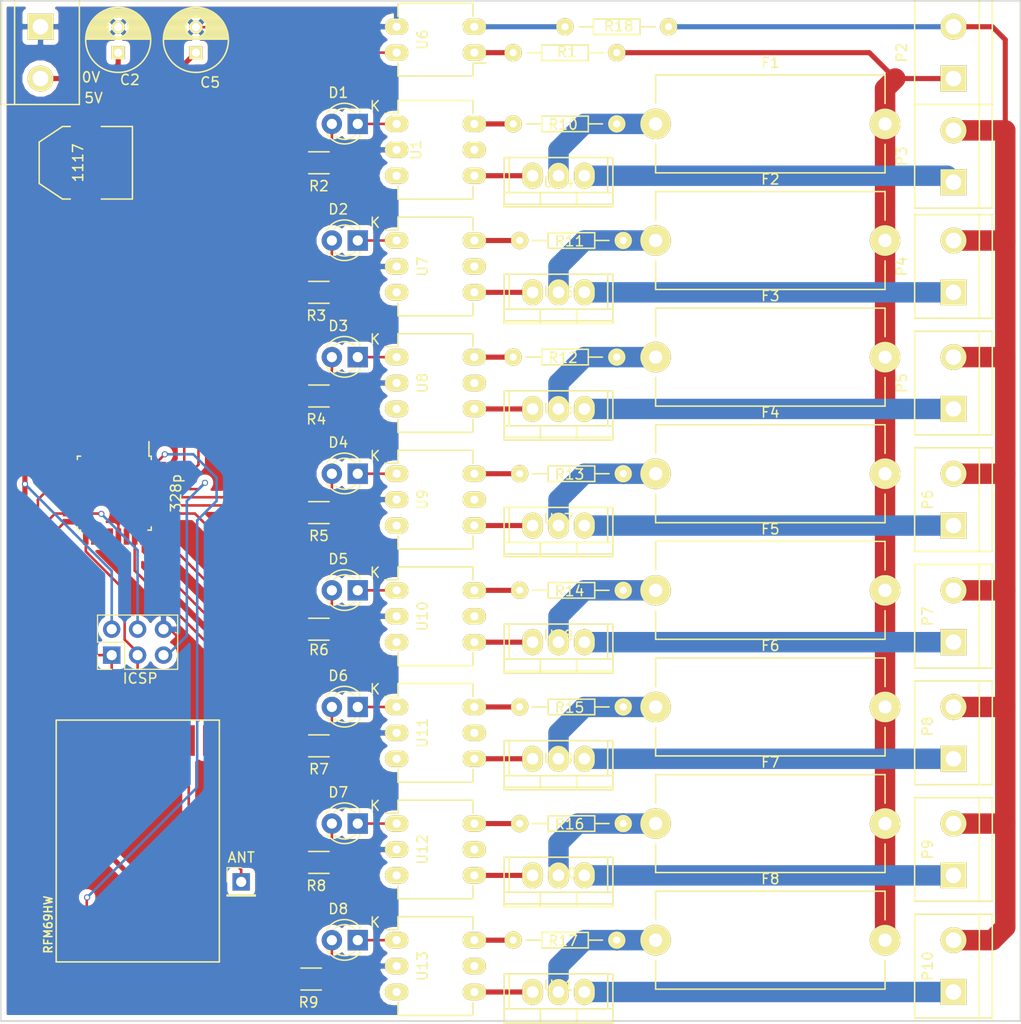
<source format=kicad_pcb>
(kicad_pcb (version 4) (host pcbnew 4.0.5-e0-6337~49~ubuntu16.04.1)
  (layers (0 F.Cu signal) (31 B.Cu signal) (34 B.Paste user) (35 F.Paste user) (36 B.SilkS user) (37 F.SilkS user) (38 B.Mask user) (39 F.Mask user) (44 Edge.Cuts user))
  (net 0 "")
  (net 1 GND)
  (net 2 VCC)
  (net 3 "Net-(D1-Pad2)")
  (net 4 "Net-(D1-Pad1)")
  (net 5 "Net-(D2-Pad2)")
  (net 6 "Net-(D2-Pad1)")
  (net 7 "Net-(D3-Pad2)")
  (net 8 "Net-(D3-Pad1)")
  (net 9 "Net-(D4-Pad2)")
  (net 10 "Net-(D4-Pad1)")
  (net 11 "Net-(D5-Pad2)")
  (net 12 "Net-(D5-Pad1)")
  (net 13 "Net-(D6-Pad2)")
  (net 14 "Net-(D6-Pad1)")
  (net 15 "Net-(D7-Pad2)")
  (net 16 "Net-(D7-Pad1)")
  (net 17 "Net-(D8-Pad2)")
  (net 18 "Net-(D8-Pad1)")
  (net 19 "Net-(F1-Pad1)")
  (net 20 /PH_IN)
  (net 21 "Net-(F2-Pad1)")
  (net 22 "Net-(F3-Pad1)")
  (net 23 "Net-(F4-Pad1)")
  (net 24 "Net-(F5-Pad1)")
  (net 25 "Net-(F6-Pad1)")
  (net 26 "Net-(F7-Pad1)")
  (net 27 "Net-(F8-Pad1)")
  (net 28 /N)
  (net 29 /PH_0)
  (net 30 /PH_1)
  (net 31 /PH_2)
  (net 32 /PH_3)
  (net 33 /PH_4)
  (net 34 /PH_5)
  (net 35 /PH_6)
  (net 36 "Net-(R1-Pad2)")
  (net 37 "Net-(R10-Pad1)")
  (net 38 "Net-(R11-Pad1)")
  (net 39 "Net-(R12-Pad1)")
  (net 40 "Net-(R13-Pad1)")
  (net 41 "Net-(R14-Pad1)")
  (net 42 "Net-(R15-Pad1)")
  (net 43 "Net-(R16-Pad1)")
  (net 44 "Net-(R17-Pad1)")
  (net 45 "Net-(U14-Pad3)")
  (net 46 "Net-(U15-Pad3)")
  (net 47 "Net-(U16-Pad3)")
  (net 48 "Net-(U17-Pad3)")
  (net 49 "Net-(U10-Pad4)")
  (net 50 "Net-(U11-Pad4)")
  (net 51 "Net-(U12-Pad4)")
  (net 52 "Net-(U13-Pad4)")
  (net 53 /C7)
  (net 54 /C6)
  (net 55 /C5)
  (net 56 /C4)
  (net 57 /C3)
  (net 58 /C2)
  (net 59 /C0)
  (net 60 /C1)
  (net 61 /PH_7)
  (net 62 /CS)
  (net 63 /SCK)
  (net 64 /ZCD)
  (net 65 "Net-(IC1-Pad11)")
  (net 66 /3V3)
  (net 67 "Net-(IC1-Pad2)")
  (net 68 "Net-(IC1-Pad7)")
  (net 69 "Net-(IC1-Pad8)")
  (net 70 "Net-(IC1-Pad9)")
  (net 71 "Net-(IC1-Pad10)")
  (net 72 "Net-(IC1-Pad13)")
  (net 73 "Net-(IC1-Pad14)")
  (net 74 /MOSI)
  (net 75 /MISO)
  (net 76 "Net-(IC1-Pad18)")
  (net 77 "Net-(IC1-Pad19)")
  (net 78 "Net-(IC1-Pad20)")
  (net 79 "Net-(IC1-Pad22)")
  (net 80 /IRQ)
  (net 81 "Net-(P1-Pad1)")
  (net 82 "Net-(R18-Pad2)")
  (net 83 "Net-(U3-Pad1)")
  (net 84 "Net-(U3-Pad3)")
  (net 85 "Net-(U3-Pad4)")
  (net 86 "Net-(U3-Pad5)")
  (net 87 "Net-(U3-Pad6)")
  (net 88 "Net-(U3-Pad7)")
  (net 89 "Net-(U3-Pad16)")
  (net 90 /RESET)
  (module Connect:bornier2 (layer F.Cu) (at 138.43 45.085 90)
    (fp_text reference P2 (at 0 -5.08 90) (layer F.SilkS))
    (fp_text value CONN_01X02)
    (pad 1 thru_hole rect (at -2.54 0 90) (size 2.54 2.54) (drill 1.524) (layers *.Cu *.Mask F.SilkS) (net 20 /PH_IN))
    (pad 2 thru_hole circle (at 2.54 0 90) (size 2.54 2.54) (drill 1.524) (layers *.Cu *.Mask F.SilkS) (net 28 /N))
  )
  (module Connect:bornier2 (layer F.Cu) (at 138.43 55.245 90)
    (fp_text reference P3 (at 0 -5.08 90) (layer F.SilkS))
    (fp_text value CONN_01X02)
    (pad 1 thru_hole rect (at -2.54 0 90) (size 2.54 2.54) (drill 1.524) (layers *.Cu *.Mask F.SilkS) (net 29 /PH_0))
    (pad 2 thru_hole circle (at 2.54 0 90) (size 2.54 2.54) (drill 1.524) (layers *.Cu *.Mask F.SilkS) (net 28 /N))
  )
  (module Connect:bornier2 (layer F.Cu) (at 138.43 66.04 90)
    (fp_text reference P4 (at 0 -5.08 90) (layer F.SilkS))
    (fp_text value CONN_01X02)
    (pad 1 thru_hole rect (at -2.54 0 90) (size 2.54 2.54) (drill 1.524) (layers *.Cu *.Mask F.SilkS) (net 30 /PH_1))
    (pad 2 thru_hole circle (at 2.54 0 90) (size 2.54 2.54) (drill 1.524) (layers *.Cu *.Mask F.SilkS) (net 28 /N))
  )
  (module Connect:bornier2 (layer F.Cu) (at 138.43 77.47 90)
    (fp_text reference P5 (at 0 -5.08 90) (layer F.SilkS))
    (fp_text value CONN_01X02)
    (pad 1 thru_hole rect (at -2.54 0 90) (size 2.54 2.54) (drill 1.524) (layers *.Cu *.Mask F.SilkS) (net 31 /PH_2))
    (pad 2 thru_hole circle (at 2.54 0 90) (size 2.54 2.54) (drill 1.524) (layers *.Cu *.Mask F.SilkS) (net 28 /N))
  )
  (module Connect:bornier2 (layer F.Cu) (at 138.43 88.9 90)
    (fp_text reference P6 (at 0 -2.54 90) (layer F.SilkS))
    (fp_text value CONN_01X02)
    (pad 1 thru_hole rect (at -2.54 0 90) (size 2.54 2.54) (drill 1.524) (layers *.Cu *.Mask F.SilkS) (net 32 /PH_3))
    (pad 2 thru_hole circle (at 2.54 0 90) (size 2.54 2.54) (drill 1.524) (layers *.Cu *.Mask F.SilkS) (net 28 /N))
  )
  (module Connect:bornier2 (layer F.Cu) (at 138.43 100.33 90)
    (fp_text reference P7 (at 0 -2.54 90) (layer F.SilkS))
    (fp_text value CONN_01X02)
    (pad 1 thru_hole rect (at -2.54 0 90) (size 2.54 2.54) (drill 1.524) (layers *.Cu *.Mask F.SilkS) (net 33 /PH_4))
    (pad 2 thru_hole circle (at 2.54 0 90) (size 2.54 2.54) (drill 1.524) (layers *.Cu *.Mask F.SilkS) (net 28 /N))
  )
  (module Connect:bornier2 (layer F.Cu) (at 138.43 111.76 90)
    (fp_text reference P8 (at 0.635 -2.54 90) (layer F.SilkS))
    (fp_text value CONN_01X02)
    (pad 1 thru_hole rect (at -2.54 0 90) (size 2.54 2.54) (drill 1.524) (layers *.Cu *.Mask F.SilkS) (net 34 /PH_5))
    (pad 2 thru_hole circle (at 2.54 0 90) (size 2.54 2.54) (drill 1.524) (layers *.Cu *.Mask F.SilkS) (net 28 /N))
  )
  (module Connect:bornier2 (layer F.Cu) (at 138.43 123.19 90)
    (fp_text reference P9 (at 0 -2.54 90) (layer F.SilkS))
    (fp_text value CONN_01X02)
    (pad 1 thru_hole rect (at -2.54 0 90) (size 2.54 2.54) (drill 1.524) (layers *.Cu *.Mask F.SilkS) (net 35 /PH_6))
    (pad 2 thru_hole circle (at 2.54 0 90) (size 2.54 2.54) (drill 1.524) (layers *.Cu *.Mask F.SilkS) (net 28 /N))
  )
  (module Connect:bornier2 (layer F.Cu) (at 138.43 134.62 90)
    (fp_text reference P10 (at 0 -2.54 90) (layer F.SilkS))
    (fp_text value CONN_01X02)
    (pad 1 thru_hole rect (at -2.54 0 90) (size 2.54 2.54) (drill 1.524) (layers *.Cu *.Mask F.SilkS) (net 61 /PH_7))
    (pad 2 thru_hole circle (at 2.54 0 90) (size 2.54 2.54) (drill 1.524) (layers *.Cu *.Mask F.SilkS) (net 28 /N))
  )
  (module Housings_DIP:DIP-4_W7.62mm_LongPads (layer F.Cu) (at 91.44 45.085 180)
    (fp_text reference U1 (at 5.715 -9.525 270) (layer F.SilkS))
    (fp_text value LTV-814)
    (pad 1 thru_hole oval (at 0 0 180) (size 2.3 1.6) (drill 0.8) (layers *.Cu *.Mask F.SilkS) (net 36 "Net-(R1-Pad2)"))
    (pad 2 thru_hole oval (at 0 2.54 180) (size 2.3 1.6) (drill 0.8) (layers *.Cu *.Mask F.SilkS) (net 82 "Net-(R18-Pad2)"))
    (pad 3 thru_hole oval (at 7.62 2.54 180) (size 2.3 1.6) (drill 0.8) (layers *.Cu *.Mask F.SilkS) (net 1 GND))
    (pad 4 thru_hole oval (at 7.62 0 180) (size 2.3 1.6) (drill 0.8) (layers *.Cu *.Mask F.SilkS) (net 64 /ZCD))
  )
  (module Housings_DIP:DIP-6_W7.62mm_LongPads (layer F.Cu) (at 83.82 52.07)
    (fp_text reference U6 (at 2.54 -8.255 90) (layer F.SilkS))
    (fp_text value MOC3023M)
    (pad 1 thru_hole oval (at 0 0) (size 2.3 1.6) (drill 0.8) (layers *.Cu *.Mask F.SilkS) (net 4 "Net-(D1-Pad1)"))
    (pad 2 thru_hole oval (at 0 2.54) (size 2.3 1.6) (drill 0.8) (layers *.Cu *.Mask F.SilkS) (net 1 GND))
    (pad 3 thru_hole oval (at 0 5.08) (size 2.3 1.6) (drill 0.8) (layers *.Cu *.Mask F.SilkS))
    (pad 4 thru_hole oval (at 7.62 5.08) (size 2.3 1.6) (drill 0.8) (layers *.Cu *.Mask F.SilkS) (net 45 "Net-(U14-Pad3)"))
    (pad 5 thru_hole oval (at 7.62 2.54) (size 2.3 1.6) (drill 0.8) (layers *.Cu *.Mask F.SilkS))
    (pad 6 thru_hole oval (at 7.62 0) (size 2.3 1.6) (drill 0.8) (layers *.Cu *.Mask F.SilkS) (net 37 "Net-(R10-Pad1)"))
  )
  (module Housings_DIP:DIP-6_W7.62mm_LongPads (layer F.Cu) (at 83.82 63.5)
    (fp_text reference U7 (at 2.54 2.54 90) (layer F.SilkS))
    (fp_text value MOC3023M)
    (pad 1 thru_hole oval (at 0 0) (size 2.3 1.6) (drill 0.8) (layers *.Cu *.Mask F.SilkS) (net 6 "Net-(D2-Pad1)"))
    (pad 2 thru_hole oval (at 0 2.54) (size 2.3 1.6) (drill 0.8) (layers *.Cu *.Mask F.SilkS) (net 1 GND))
    (pad 3 thru_hole oval (at 0 5.08) (size 2.3 1.6) (drill 0.8) (layers *.Cu *.Mask F.SilkS))
    (pad 4 thru_hole oval (at 7.62 5.08) (size 2.3 1.6) (drill 0.8) (layers *.Cu *.Mask F.SilkS) (net 46 "Net-(U15-Pad3)"))
    (pad 5 thru_hole oval (at 7.62 2.54) (size 2.3 1.6) (drill 0.8) (layers *.Cu *.Mask F.SilkS))
    (pad 6 thru_hole oval (at 7.62 0) (size 2.3 1.6) (drill 0.8) (layers *.Cu *.Mask F.SilkS) (net 38 "Net-(R11-Pad1)"))
  )
  (module Housings_DIP:DIP-6_W7.62mm_LongPads (layer F.Cu) (at 83.82 74.93)
    (fp_text reference U8 (at 2.54 2.54 90) (layer F.SilkS))
    (fp_text value MOC3023M)
    (pad 1 thru_hole oval (at 0 0) (size 2.3 1.6) (drill 0.8) (layers *.Cu *.Mask F.SilkS) (net 8 "Net-(D3-Pad1)"))
    (pad 2 thru_hole oval (at 0 2.54) (size 2.3 1.6) (drill 0.8) (layers *.Cu *.Mask F.SilkS) (net 1 GND))
    (pad 3 thru_hole oval (at 0 5.08) (size 2.3 1.6) (drill 0.8) (layers *.Cu *.Mask F.SilkS))
    (pad 4 thru_hole oval (at 7.62 5.08) (size 2.3 1.6) (drill 0.8) (layers *.Cu *.Mask F.SilkS) (net 47 "Net-(U16-Pad3)"))
    (pad 5 thru_hole oval (at 7.62 2.54) (size 2.3 1.6) (drill 0.8) (layers *.Cu *.Mask F.SilkS))
    (pad 6 thru_hole oval (at 7.62 0) (size 2.3 1.6) (drill 0.8) (layers *.Cu *.Mask F.SilkS) (net 39 "Net-(R12-Pad1)"))
  )
  (module Housings_DIP:DIP-6_W7.62mm_LongPads (layer F.Cu) (at 83.82 86.36)
    (fp_text reference U9 (at 2.54 2.54 90) (layer F.SilkS))
    (fp_text value MOC3023M)
    (pad 1 thru_hole oval (at 0 0) (size 2.3 1.6) (drill 0.8) (layers *.Cu *.Mask F.SilkS) (net 10 "Net-(D4-Pad1)"))
    (pad 2 thru_hole oval (at 0 2.54) (size 2.3 1.6) (drill 0.8) (layers *.Cu *.Mask F.SilkS) (net 1 GND))
    (pad 3 thru_hole oval (at 0 5.08) (size 2.3 1.6) (drill 0.8) (layers *.Cu *.Mask F.SilkS))
    (pad 4 thru_hole oval (at 7.62 5.08) (size 2.3 1.6) (drill 0.8) (layers *.Cu *.Mask F.SilkS) (net 48 "Net-(U17-Pad3)"))
    (pad 5 thru_hole oval (at 7.62 2.54) (size 2.3 1.6) (drill 0.8) (layers *.Cu *.Mask F.SilkS))
    (pad 6 thru_hole oval (at 7.62 0) (size 2.3 1.6) (drill 0.8) (layers *.Cu *.Mask F.SilkS) (net 40 "Net-(R13-Pad1)"))
  )
  (module Housings_DIP:DIP-6_W7.62mm_LongPads (layer F.Cu) (at 83.82 97.79)
    (fp_text reference U10 (at 2.54 2.54 90) (layer F.SilkS))
    (fp_text value MOC3023M)
    (pad 1 thru_hole oval (at 0 0) (size 2.3 1.6) (drill 0.8) (layers *.Cu *.Mask F.SilkS) (net 12 "Net-(D5-Pad1)"))
    (pad 2 thru_hole oval (at 0 2.54) (size 2.3 1.6) (drill 0.8) (layers *.Cu *.Mask F.SilkS) (net 1 GND))
    (pad 3 thru_hole oval (at 0 5.08) (size 2.3 1.6) (drill 0.8) (layers *.Cu *.Mask F.SilkS))
    (pad 4 thru_hole oval (at 7.62 5.08) (size 2.3 1.6) (drill 0.8) (layers *.Cu *.Mask F.SilkS) (net 49 "Net-(U10-Pad4)"))
    (pad 5 thru_hole oval (at 7.62 2.54) (size 2.3 1.6) (drill 0.8) (layers *.Cu *.Mask F.SilkS))
    (pad 6 thru_hole oval (at 7.62 0) (size 2.3 1.6) (drill 0.8) (layers *.Cu *.Mask F.SilkS) (net 41 "Net-(R14-Pad1)"))
  )
  (module Housings_DIP:DIP-6_W7.62mm_LongPads (layer F.Cu) (at 83.82 109.22)
    (fp_text reference U11 (at 2.54 2.54 90) (layer F.SilkS))
    (fp_text value MOC3023M)
    (pad 1 thru_hole oval (at 0 0) (size 2.3 1.6) (drill 0.8) (layers *.Cu *.Mask F.SilkS) (net 14 "Net-(D6-Pad1)"))
    (pad 2 thru_hole oval (at 0 2.54) (size 2.3 1.6) (drill 0.8) (layers *.Cu *.Mask F.SilkS) (net 1 GND))
    (pad 3 thru_hole oval (at 0 5.08) (size 2.3 1.6) (drill 0.8) (layers *.Cu *.Mask F.SilkS))
    (pad 4 thru_hole oval (at 7.62 5.08) (size 2.3 1.6) (drill 0.8) (layers *.Cu *.Mask F.SilkS) (net 50 "Net-(U11-Pad4)"))
    (pad 5 thru_hole oval (at 7.62 2.54) (size 2.3 1.6) (drill 0.8) (layers *.Cu *.Mask F.SilkS))
    (pad 6 thru_hole oval (at 7.62 0) (size 2.3 1.6) (drill 0.8) (layers *.Cu *.Mask F.SilkS) (net 42 "Net-(R15-Pad1)"))
  )
  (module Housings_DIP:DIP-6_W7.62mm_LongPads (layer F.Cu) (at 83.82 120.65)
    (fp_text reference U12 (at 2.54 2.54 90) (layer F.SilkS))
    (fp_text value MOC3023M)
    (pad 1 thru_hole oval (at 0 0) (size 2.3 1.6) (drill 0.8) (layers *.Cu *.Mask F.SilkS) (net 16 "Net-(D7-Pad1)"))
    (pad 2 thru_hole oval (at 0 2.54) (size 2.3 1.6) (drill 0.8) (layers *.Cu *.Mask F.SilkS) (net 1 GND))
    (pad 3 thru_hole oval (at 0 5.08) (size 2.3 1.6) (drill 0.8) (layers *.Cu *.Mask F.SilkS))
    (pad 4 thru_hole oval (at 7.62 5.08) (size 2.3 1.6) (drill 0.8) (layers *.Cu *.Mask F.SilkS) (net 51 "Net-(U12-Pad4)"))
    (pad 5 thru_hole oval (at 7.62 2.54) (size 2.3 1.6) (drill 0.8) (layers *.Cu *.Mask F.SilkS))
    (pad 6 thru_hole oval (at 7.62 0) (size 2.3 1.6) (drill 0.8) (layers *.Cu *.Mask F.SilkS) (net 43 "Net-(R16-Pad1)"))
  )
  (module Housings_DIP:DIP-6_W7.62mm_LongPads (layer F.Cu) (at 83.82 132.08)
    (fp_text reference U13 (at 2.54 2.54 90) (layer F.SilkS))
    (fp_text value MOC3023M)
    (pad 1 thru_hole oval (at 0 0) (size 2.3 1.6) (drill 0.8) (layers *.Cu *.Mask F.SilkS) (net 18 "Net-(D8-Pad1)"))
    (pad 2 thru_hole oval (at 0 2.54) (size 2.3 1.6) (drill 0.8) (layers *.Cu *.Mask F.SilkS) (net 1 GND))
    (pad 3 thru_hole oval (at 0 5.08) (size 2.3 1.6) (drill 0.8) (layers *.Cu *.Mask F.SilkS))
    (pad 4 thru_hole oval (at 7.62 5.08) (size 2.3 1.6) (drill 0.8) (layers *.Cu *.Mask F.SilkS) (net 52 "Net-(U13-Pad4)"))
    (pad 5 thru_hole oval (at 7.62 2.54) (size 2.3 1.6) (drill 0.8) (layers *.Cu *.Mask F.SilkS))
    (pad 6 thru_hole oval (at 7.62 0) (size 2.3 1.6) (drill 0.8) (layers *.Cu *.Mask F.SilkS) (net 44 "Net-(R17-Pad1)"))
  )
  (module Power_Integrations:TO-220 (layer F.Cu) (at 99.695 57.15 180)
    (fp_text reference U14 (at 0 -0.635 180) (layer F.SilkS))
    (fp_text value TRIAC_small)
    (pad 2 thru_hole oval (at 0 0 180) (size 2.032 2.54) (drill 1.143) (layers *.Cu *.Mask F.SilkS) (net 19 "Net-(F1-Pad1)"))
    (pad 3 thru_hole oval (at 2.54 0 180) (size 2.032 2.54) (drill 1.143) (layers *.Cu *.Mask F.SilkS) (net 45 "Net-(U14-Pad3)"))
    (pad 1 thru_hole oval (at -2.54 0 180) (size 2.032 2.54) (drill 1.143) (layers *.Cu *.Mask F.SilkS) (net 29 /PH_0))
  )
  (module Power_Integrations:TO-220 (layer F.Cu) (at 99.695 68.58 180)
    (fp_text reference U15 (at 0 0 180) (layer F.SilkS))
    (fp_text value TRIAC_small)
    (pad 2 thru_hole oval (at 0 0 180) (size 2.032 2.54) (drill 1.143) (layers *.Cu *.Mask F.SilkS) (net 21 "Net-(F2-Pad1)"))
    (pad 3 thru_hole oval (at 2.54 0 180) (size 2.032 2.54) (drill 1.143) (layers *.Cu *.Mask F.SilkS) (net 46 "Net-(U15-Pad3)"))
    (pad 1 thru_hole oval (at -2.54 0 180) (size 2.032 2.54) (drill 1.143) (layers *.Cu *.Mask F.SilkS) (net 30 /PH_1))
  )
  (module Power_Integrations:TO-220 (layer F.Cu) (at 99.695 80.01 180)
    (fp_text reference U16 (at 0 0 180) (layer F.SilkS))
    (fp_text value TRIAC_small)
    (pad 2 thru_hole oval (at 0 0 180) (size 2.032 2.54) (drill 1.143) (layers *.Cu *.Mask F.SilkS) (net 22 "Net-(F3-Pad1)"))
    (pad 3 thru_hole oval (at 2.54 0 180) (size 2.032 2.54) (drill 1.143) (layers *.Cu *.Mask F.SilkS) (net 47 "Net-(U16-Pad3)"))
    (pad 1 thru_hole oval (at -2.54 0 180) (size 2.032 2.54) (drill 1.143) (layers *.Cu *.Mask F.SilkS) (net 31 /PH_2))
  )
  (module Power_Integrations:TO-220 (layer F.Cu) (at 99.695 91.44 180)
    (fp_text reference U17 (at 0 0.635 180) (layer F.SilkS))
    (fp_text value TRIAC_small)
    (pad 2 thru_hole oval (at 0 0 180) (size 2.032 2.54) (drill 1.143) (layers *.Cu *.Mask F.SilkS) (net 23 "Net-(F4-Pad1)"))
    (pad 3 thru_hole oval (at 2.54 0 180) (size 2.032 2.54) (drill 1.143) (layers *.Cu *.Mask F.SilkS) (net 48 "Net-(U17-Pad3)"))
    (pad 1 thru_hole oval (at -2.54 0 180) (size 2.032 2.54) (drill 1.143) (layers *.Cu *.Mask F.SilkS) (net 32 /PH_3))
  )
  (module Power_Integrations:TO-220 (layer F.Cu) (at 99.695 102.87 180)
    (fp_text reference U18 (at 0 0.635 180) (layer F.SilkS))
    (fp_text value TRIAC_small)
    (pad 2 thru_hole oval (at 0 0 180) (size 2.032 2.54) (drill 1.143) (layers *.Cu *.Mask F.SilkS) (net 24 "Net-(F5-Pad1)"))
    (pad 3 thru_hole oval (at 2.54 0 180) (size 2.032 2.54) (drill 1.143) (layers *.Cu *.Mask F.SilkS) (net 49 "Net-(U10-Pad4)"))
    (pad 1 thru_hole oval (at -2.54 0 180) (size 2.032 2.54) (drill 1.143) (layers *.Cu *.Mask F.SilkS) (net 33 /PH_4))
  )
  (module Power_Integrations:TO-220 (layer F.Cu) (at 99.695 114.3 180)
    (fp_text reference U19 (at 0 0 180) (layer F.SilkS))
    (fp_text value TRIAC_small)
    (pad 2 thru_hole oval (at 0 0 180) (size 2.032 2.54) (drill 1.143) (layers *.Cu *.Mask F.SilkS) (net 25 "Net-(F6-Pad1)"))
    (pad 3 thru_hole oval (at 2.54 0 180) (size 2.032 2.54) (drill 1.143) (layers *.Cu *.Mask F.SilkS) (net 50 "Net-(U11-Pad4)"))
    (pad 1 thru_hole oval (at -2.54 0 180) (size 2.032 2.54) (drill 1.143) (layers *.Cu *.Mask F.SilkS) (net 34 /PH_5))
  )
  (module Power_Integrations:TO-220 (layer F.Cu) (at 99.695 125.73 180)
    (fp_text reference U20 (at -0.305 0.23 180) (layer F.SilkS))
    (fp_text value TRIAC_small)
    (pad 2 thru_hole oval (at 0 0 180) (size 2.032 2.54) (drill 1.143) (layers *.Cu *.Mask F.SilkS) (net 26 "Net-(F7-Pad1)"))
    (pad 3 thru_hole oval (at 2.54 0 180) (size 2.032 2.54) (drill 1.143) (layers *.Cu *.Mask F.SilkS) (net 51 "Net-(U12-Pad4)"))
    (pad 1 thru_hole oval (at -2.54 0 180) (size 2.032 2.54) (drill 1.143) (layers *.Cu *.Mask F.SilkS) (net 35 /PH_6))
  )
  (module Power_Integrations:TO-220 (layer F.Cu) (at 99.695 137.16 180)
    (fp_text reference U21 (at 0 0.635 180) (layer F.SilkS))
    (fp_text value TRIAC_small)
    (pad 2 thru_hole oval (at 0 0 180) (size 2.032 2.54) (drill 1.143) (layers *.Cu *.Mask F.SilkS) (net 27 "Net-(F8-Pad1)"))
    (pad 3 thru_hole oval (at 2.54 0 180) (size 2.032 2.54) (drill 1.143) (layers *.Cu *.Mask F.SilkS) (net 52 "Net-(U13-Pad4)"))
    (pad 1 thru_hole oval (at -2.54 0 180) (size 2.032 2.54) (drill 1.143) (layers *.Cu *.Mask F.SilkS) (net 61 /PH_7))
  )
  (module Capacitors_ThroughHole:C_Radial_D6.3_L11.2_P2.5 (layer F.Cu) (at 56.515 45.085 90)
    (fp_text reference C2 (at -2.667 1.143 180) (layer F.SilkS))
    (fp_text value 100µF)
    (pad 2 thru_hole circle (at 2.5 0 90) (size 1.3 1.3) (drill 0.8) (layers *.Cu *.Mask F.SilkS) (net 1 GND))
    (pad 1 thru_hole rect (at 0 0 90) (size 1.3 1.3) (drill 0.8) (layers *.Cu *.Mask F.SilkS) (net 2 VCC))
  )
  (module Capacitors_ThroughHole:C_Radial_D6.3_L11.2_P2.5 (layer F.Cu) (at 64.135 45.085 90)
    (fp_text reference C5 (at -2.921 1.397 180) (layer F.SilkS))
    (fp_text value 100µF)
    (pad 2 thru_hole circle (at 2.5 0 90) (size 1.3 1.3) (drill 0.8) (layers *.Cu *.Mask F.SilkS) (net 1 GND))
    (pad 1 thru_hole rect (at 0 0 90) (size 1.3 1.3) (drill 0.8) (layers *.Cu *.Mask F.SilkS) (net 66 /3V3))
  )
  (module Connect:bornier2 (layer F.Cu) (at 48.895 45.085 270)
    (fp_text reference 5V (at 4.445 -5.207 360) (layer F.SilkS))
    (fp_text value 5VIN)
    (pad 1 thru_hole rect (at -2.54 0 270) (size 2.54 2.54) (drill 1.524) (layers *.Cu *.Mask F.SilkS) (net 1 GND))
    (pad 2 thru_hole circle (at 2.54 0 270) (size 2.54 2.54) (drill 1.524) (layers *.Cu *.Mask F.SilkS) (net 2 VCC))
  )
  (module TO_SOT_Packages_SMD:SOT-223 (layer F.Cu) (at 53.34 55.88 90)
    (fp_text reference 1117 (at 0 -0.762 90) (layer F.SilkS))
    (fp_text value AP1117D33)
    (pad 4 smd rect (at 0 -3.302 90) (size 3.6576 2.032) (layers F.Cu F.Paste F.Mask))
    (pad 2 smd rect (at 0 3.302 90) (size 1.016 2.032) (layers F.Cu F.Paste F.Mask) (net 66 /3V3))
    (pad 3 smd rect (at 2.286 3.302 90) (size 1.016 2.032) (layers F.Cu F.Paste F.Mask) (net 2 VCC))
    (pad 1 smd rect (at -2.286 3.302 90) (size 1.016 2.032) (layers F.Cu F.Paste F.Mask) (net 1 GND))
  )
  (module MyLibrary:Fuseholder5x20 (layer F.Cu) (at 109.22 52.07)
    (fp_text reference F1 (at 11.25 -6) (layer F.SilkS))
    (fp_text value F_Small)
    (pad 1 thru_hole circle (at 0 0) (size 3 3) (drill 1.3) (layers *.Cu *.Mask F.SilkS) (net 19 "Net-(F1-Pad1)"))
    (pad 2 thru_hole circle (at 22.5 0) (size 3 3) (drill 1.3) (layers *.Cu *.Mask F.SilkS) (net 20 /PH_IN))
  )
  (module MyLibrary:Fuseholder5x20 (layer F.Cu) (at 109.22 63.5)
    (fp_text reference F2 (at 11.25 -6) (layer F.SilkS))
    (fp_text value F_Small)
    (pad 1 thru_hole circle (at 0 0) (size 3 3) (drill 1.3) (layers *.Cu *.Mask F.SilkS) (net 21 "Net-(F2-Pad1)"))
    (pad 2 thru_hole circle (at 22.5 0) (size 3 3) (drill 1.3) (layers *.Cu *.Mask F.SilkS) (net 20 /PH_IN))
  )
  (module MyLibrary:Fuseholder5x20 (layer F.Cu) (at 109.22 74.93)
    (fp_text reference F3 (at 11.25 -6) (layer F.SilkS))
    (fp_text value F_Small)
    (pad 1 thru_hole circle (at 0 0) (size 3 3) (drill 1.3) (layers *.Cu *.Mask F.SilkS) (net 22 "Net-(F3-Pad1)"))
    (pad 2 thru_hole circle (at 22.5 0) (size 3 3) (drill 1.3) (layers *.Cu *.Mask F.SilkS) (net 20 /PH_IN))
  )
  (module MyLibrary:Fuseholder5x20 (layer F.Cu) (at 109.22 86.36)
    (fp_text reference F4 (at 11.25 -6) (layer F.SilkS))
    (fp_text value F_Small)
    (pad 1 thru_hole circle (at 0 0) (size 3 3) (drill 1.3) (layers *.Cu *.Mask F.SilkS) (net 23 "Net-(F4-Pad1)"))
    (pad 2 thru_hole circle (at 22.5 0) (size 3 3) (drill 1.3) (layers *.Cu *.Mask F.SilkS) (net 20 /PH_IN))
  )
  (module MyLibrary:Fuseholder5x20 (layer F.Cu) (at 109.22 97.79)
    (fp_text reference F5 (at 11.25 -6) (layer F.SilkS))
    (fp_text value F_Small)
    (pad 1 thru_hole circle (at 0 0) (size 3 3) (drill 1.3) (layers *.Cu *.Mask F.SilkS) (net 24 "Net-(F5-Pad1)"))
    (pad 2 thru_hole circle (at 22.5 0) (size 3 3) (drill 1.3) (layers *.Cu *.Mask F.SilkS) (net 20 /PH_IN))
  )
  (module MyLibrary:Fuseholder5x20 (layer F.Cu) (at 109.22 109.22)
    (fp_text reference F6 (at 11.25 -6) (layer F.SilkS))
    (fp_text value F_Small)
    (pad 1 thru_hole circle (at 0 0) (size 3 3) (drill 1.3) (layers *.Cu *.Mask F.SilkS) (net 25 "Net-(F6-Pad1)"))
    (pad 2 thru_hole circle (at 22.5 0) (size 3 3) (drill 1.3) (layers *.Cu *.Mask F.SilkS) (net 20 /PH_IN))
  )
  (module MyLibrary:Fuseholder5x20 (layer F.Cu) (at 109.22 120.65)
    (fp_text reference F7 (at 11.25 -6) (layer F.SilkS))
    (fp_text value F_Small)
    (pad 1 thru_hole circle (at 0 0) (size 3 3) (drill 1.3) (layers *.Cu *.Mask F.SilkS) (net 26 "Net-(F7-Pad1)"))
    (pad 2 thru_hole circle (at 22.5 0) (size 3 3) (drill 1.3) (layers *.Cu *.Mask F.SilkS) (net 20 /PH_IN))
  )
  (module MyLibrary:Fuseholder5x20 (layer F.Cu) (at 109.22 132.08)
    (fp_text reference F8 (at 11.25 -6) (layer F.SilkS))
    (fp_text value F_Small)
    (pad 1 thru_hole circle (at 0 0) (size 3 3) (drill 1.3) (layers *.Cu *.Mask F.SilkS) (net 27 "Net-(F8-Pad1)"))
    (pad 2 thru_hole circle (at 22.5 0) (size 3 3) (drill 1.3) (layers *.Cu *.Mask F.SilkS) (net 20 /PH_IN))
  )
  (module LEDs:LED-3MM (layer F.Cu) (at 80.01 52.07 180)
    (fp_text reference D1 (at 1.91 3.06 180) (layer F.SilkS))
    (fp_text value Led)
    (fp_text user K (at -1.69 1.74 180) (layer F.SilkS))
    (pad 1 thru_hole rect (at 0 0 270) (size 2 2) (drill 1.00076) (layers *.Cu *.Mask) (net 4 "Net-(D1-Pad1)"))
    (pad 2 thru_hole circle (at 2.54 0 180) (size 2 2) (drill 1.00076) (layers *.Cu *.Mask) (net 3 "Net-(D1-Pad2)"))
  )
  (module LEDs:LED-3MM (layer F.Cu) (at 80.01 63.5 180)
    (fp_text reference D2 (at 1.91 3.06 180) (layer F.SilkS))
    (fp_text value Led)
    (fp_text user K (at -1.69 1.74 180) (layer F.SilkS))
    (pad 1 thru_hole rect (at 0 0 270) (size 2 2) (drill 1.00076) (layers *.Cu *.Mask) (net 6 "Net-(D2-Pad1)"))
    (pad 2 thru_hole circle (at 2.54 0 180) (size 2 2) (drill 1.00076) (layers *.Cu *.Mask) (net 5 "Net-(D2-Pad2)"))
  )
  (module LEDs:LED-3MM (layer F.Cu) (at 80.01 74.93 180)
    (fp_text reference D3 (at 1.91 3.06 180) (layer F.SilkS))
    (fp_text value Led)
    (fp_text user K (at -1.69 1.74 180) (layer F.SilkS))
    (pad 1 thru_hole rect (at 0 0 270) (size 2 2) (drill 1.00076) (layers *.Cu *.Mask) (net 8 "Net-(D3-Pad1)"))
    (pad 2 thru_hole circle (at 2.54 0 180) (size 2 2) (drill 1.00076) (layers *.Cu *.Mask) (net 7 "Net-(D3-Pad2)"))
  )
  (module LEDs:LED-3MM (layer F.Cu) (at 80.01 86.36 180)
    (fp_text reference D4 (at 1.91 3.06 180) (layer F.SilkS))
    (fp_text value Led)
    (fp_text user K (at -1.69 1.74 180) (layer F.SilkS))
    (pad 1 thru_hole rect (at 0 0 270) (size 2 2) (drill 1.00076) (layers *.Cu *.Mask) (net 10 "Net-(D4-Pad1)"))
    (pad 2 thru_hole circle (at 2.54 0 180) (size 2 2) (drill 1.00076) (layers *.Cu *.Mask) (net 9 "Net-(D4-Pad2)"))
  )
  (module LEDs:LED-3MM (layer F.Cu) (at 80.01 97.79 180)
    (fp_text reference D5 (at 1.91 3.06 180) (layer F.SilkS))
    (fp_text value Led)
    (fp_text user K (at -1.69 1.74 180) (layer F.SilkS))
    (pad 1 thru_hole rect (at 0 0 270) (size 2 2) (drill 1.00076) (layers *.Cu *.Mask) (net 12 "Net-(D5-Pad1)"))
    (pad 2 thru_hole circle (at 2.54 0 180) (size 2 2) (drill 1.00076) (layers *.Cu *.Mask) (net 11 "Net-(D5-Pad2)"))
  )
  (module LEDs:LED-3MM (layer F.Cu) (at 80.01 109.22 180)
    (fp_text reference D6 (at 1.91 3.06 180) (layer F.SilkS))
    (fp_text value Led)
    (fp_text user K (at -1.69 1.74 180) (layer F.SilkS))
    (pad 1 thru_hole rect (at 0 0 270) (size 2 2) (drill 1.00076) (layers *.Cu *.Mask) (net 14 "Net-(D6-Pad1)"))
    (pad 2 thru_hole circle (at 2.54 0 180) (size 2 2) (drill 1.00076) (layers *.Cu *.Mask) (net 13 "Net-(D6-Pad2)"))
  )
  (module LEDs:LED-3MM (layer F.Cu) (at 80.01 120.65 180)
    (fp_text reference D7 (at 1.91 3.06 180) (layer F.SilkS))
    (fp_text value Led)
    (fp_text user K (at -1.69 1.74 180) (layer F.SilkS))
    (pad 1 thru_hole rect (at 0 0 270) (size 2 2) (drill 1.00076) (layers *.Cu *.Mask) (net 16 "Net-(D7-Pad1)"))
    (pad 2 thru_hole circle (at 2.54 0 180) (size 2 2) (drill 1.00076) (layers *.Cu *.Mask) (net 15 "Net-(D7-Pad2)"))
  )
  (module LEDs:LED-3MM (layer F.Cu) (at 80.01 132.08 180)
    (fp_text reference D8 (at 1.91 3.06 180) (layer F.SilkS))
    (fp_text value Led)
    (fp_text user K (at -1.69 1.74 180) (layer F.SilkS))
    (pad 1 thru_hole rect (at 0 0 270) (size 2 2) (drill 1.00076) (layers *.Cu *.Mask) (net 18 "Net-(D8-Pad1)"))
    (pad 2 thru_hole circle (at 2.54 0 180) (size 2 2) (drill 1.00076) (layers *.Cu *.Mask) (net 17 "Net-(D8-Pad2)"))
  )
  (module Housings_QFP:TQFP-32_7x7mm_Pitch0.8mm (layer F.Cu) (at 56.134 88.265 270)
    (fp_text reference 328p (at 0 -6.05 270) (layer F.SilkS))
    (fp_text value ATMEGA328-A)
    (pad 1 smd rect (at -4.25 -2.8 270) (size 1.6 0.55) (layers F.Cu F.Paste F.Mask) (net 64 /ZCD))
    (pad 2 smd rect (at -4.25 -2 270) (size 1.6 0.55) (layers F.Cu F.Paste F.Mask) (net 67 "Net-(IC1-Pad2)"))
    (pad 3 smd rect (at -4.25 -1.2 270) (size 1.6 0.55) (layers F.Cu F.Paste F.Mask) (net 1 GND))
    (pad 4 smd rect (at -4.25 -0.4 270) (size 1.6 0.55) (layers F.Cu F.Paste F.Mask) (net 66 /3V3))
    (pad 5 smd rect (at -4.25 0.4 270) (size 1.6 0.55) (layers F.Cu F.Paste F.Mask) (net 1 GND))
    (pad 6 smd rect (at -4.25 1.2 270) (size 1.6 0.55) (layers F.Cu F.Paste F.Mask) (net 66 /3V3))
    (pad 7 smd rect (at -4.25 2 270) (size 1.6 0.55) (layers F.Cu F.Paste F.Mask) (net 68 "Net-(IC1-Pad7)"))
    (pad 8 smd rect (at -4.25 2.8 270) (size 1.6 0.55) (layers F.Cu F.Paste F.Mask) (net 69 "Net-(IC1-Pad8)"))
    (pad 9 smd rect (at -2.8 4.25) (size 1.6 0.55) (layers F.Cu F.Paste F.Mask) (net 70 "Net-(IC1-Pad9)"))
    (pad 10 smd rect (at -2 4.25) (size 1.6 0.55) (layers F.Cu F.Paste F.Mask) (net 71 "Net-(IC1-Pad10)"))
    (pad 11 smd rect (at -1.2 4.25) (size 1.6 0.55) (layers F.Cu F.Paste F.Mask) (net 65 "Net-(IC1-Pad11)"))
    (pad 12 smd rect (at -0.4 4.25) (size 1.6 0.55) (layers F.Cu F.Paste F.Mask) (net 62 /CS))
    (pad 13 smd rect (at 0.4 4.25) (size 1.6 0.55) (layers F.Cu F.Paste F.Mask) (net 72 "Net-(IC1-Pad13)"))
    (pad 14 smd rect (at 1.2 4.25) (size 1.6 0.55) (layers F.Cu F.Paste F.Mask) (net 73 "Net-(IC1-Pad14)"))
    (pad 15 smd rect (at 2 4.25) (size 1.6 0.55) (layers F.Cu F.Paste F.Mask) (net 74 /MOSI))
    (pad 16 smd rect (at 2.8 4.25) (size 1.6 0.55) (layers F.Cu F.Paste F.Mask) (net 75 /MISO))
    (pad 17 smd rect (at 4.25 2.8 270) (size 1.6 0.55) (layers F.Cu F.Paste F.Mask) (net 63 /SCK))
    (pad 18 smd rect (at 4.25 2 270) (size 1.6 0.55) (layers F.Cu F.Paste F.Mask) (net 76 "Net-(IC1-Pad18)"))
    (pad 19 smd rect (at 4.25 1.2 270) (size 1.6 0.55) (layers F.Cu F.Paste F.Mask) (net 77 "Net-(IC1-Pad19)"))
    (pad 20 smd rect (at 4.25 0.4 270) (size 1.6 0.55) (layers F.Cu F.Paste F.Mask) (net 78 "Net-(IC1-Pad20)"))
    (pad 21 smd rect (at 4.25 -0.4 270) (size 1.6 0.55) (layers F.Cu F.Paste F.Mask) (net 1 GND))
    (pad 22 smd rect (at 4.25 -1.2 270) (size 1.6 0.55) (layers F.Cu F.Paste F.Mask) (net 79 "Net-(IC1-Pad22)"))
    (pad 23 smd rect (at 4.25 -2 270) (size 1.6 0.55) (layers F.Cu F.Paste F.Mask) (net 53 /C7))
    (pad 24 smd rect (at 4.25 -2.8 270) (size 1.6 0.55) (layers F.Cu F.Paste F.Mask) (net 54 /C6))
    (pad 25 smd rect (at 2.8 -4.25) (size 1.6 0.55) (layers F.Cu F.Paste F.Mask) (net 55 /C5))
    (pad 26 smd rect (at 2 -4.25) (size 1.6 0.55) (layers F.Cu F.Paste F.Mask) (net 56 /C4))
    (pad 27 smd rect (at 1.2 -4.25) (size 1.6 0.55) (layers F.Cu F.Paste F.Mask) (net 57 /C3))
    (pad 28 smd rect (at 0.4 -4.25) (size 1.6 0.55) (layers F.Cu F.Paste F.Mask) (net 58 /C2))
    (pad 29 smd rect (at -0.4 -4.25) (size 1.6 0.55) (layers F.Cu F.Paste F.Mask) (net 90 /RESET))
    (pad 30 smd rect (at -1.2 -4.25) (size 1.6 0.55) (layers F.Cu F.Paste F.Mask) (net 60 /C1))
    (pad 31 smd rect (at -2 -4.25) (size 1.6 0.55) (layers F.Cu F.Paste F.Mask) (net 59 /C0))
    (pad 32 smd rect (at -2.8 -4.25) (size 1.6 0.55) (layers F.Cu F.Paste F.Mask) (net 80 /IRQ))
  )
  (module Pin_Headers:Pin_Header_Straight_1x01_Pitch2.54mm (layer F.Cu) (at 68.58 126.365)
    (fp_text reference ANT (at 0 -2.39) (layer F.SilkS))
    (fp_text value CONN_01X01)
    (pad 1 thru_hole rect (at 0 0) (size 1.7 1.7) (drill 1) (layers *.Cu *.Mask) (net 81 "Net-(P1-Pad1)"))
  )
  (module Resistors_SMD:R_1206_HandSoldering (layer F.Cu) (at 76.2 55.88)
    (fp_text reference R2 (at 0 2.286) (layer F.SilkS))
    (fp_text value 390)
    (pad 1 smd rect (at -2 0) (size 2 1.7) (layers F.Cu F.Paste F.Mask) (net 59 /C0))
    (pad 2 smd rect (at 2 0) (size 2 1.7) (layers F.Cu F.Paste F.Mask) (net 3 "Net-(D1-Pad2)"))
  )
  (module Resistors_SMD:R_1206_HandSoldering (layer F.Cu) (at 76.2 68.58)
    (fp_text reference R3 (at -0.254 2.286) (layer F.SilkS))
    (fp_text value 390)
    (pad 1 smd rect (at -2 0) (size 2 1.7) (layers F.Cu F.Paste F.Mask) (net 60 /C1))
    (pad 2 smd rect (at 2 0) (size 2 1.7) (layers F.Cu F.Paste F.Mask) (net 5 "Net-(D2-Pad2)"))
  )
  (module Resistors_SMD:R_1206_HandSoldering (layer F.Cu) (at 76.2 78.74)
    (fp_text reference R4 (at -0.254 2.286) (layer F.SilkS))
    (fp_text value 390)
    (pad 1 smd rect (at -2 0) (size 2 1.7) (layers F.Cu F.Paste F.Mask) (net 58 /C2))
    (pad 2 smd rect (at 2 0) (size 2 1.7) (layers F.Cu F.Paste F.Mask) (net 7 "Net-(D3-Pad2)"))
  )
  (module Resistors_SMD:R_1206_HandSoldering (layer F.Cu) (at 76.2 90.17)
    (fp_text reference R5 (at 0 2.286) (layer F.SilkS))
    (fp_text value 390)
    (pad 1 smd rect (at -2 0) (size 2 1.7) (layers F.Cu F.Paste F.Mask) (net 57 /C3))
    (pad 2 smd rect (at 2 0) (size 2 1.7) (layers F.Cu F.Paste F.Mask) (net 9 "Net-(D4-Pad2)"))
  )
  (module Resistors_SMD:R_1206_HandSoldering (layer F.Cu) (at 76.2 101.6)
    (fp_text reference R6 (at 0 2.032) (layer F.SilkS))
    (fp_text value 390)
    (pad 1 smd rect (at -2 0) (size 2 1.7) (layers F.Cu F.Paste F.Mask) (net 56 /C4))
    (pad 2 smd rect (at 2 0) (size 2 1.7) (layers F.Cu F.Paste F.Mask) (net 11 "Net-(D5-Pad2)"))
  )
  (module Resistors_SMD:R_1206_HandSoldering (layer F.Cu) (at 76.2 113.03)
    (fp_text reference R7 (at 0 2.286) (layer F.SilkS))
    (fp_text value 390)
    (pad 1 smd rect (at -2 0) (size 2 1.7) (layers F.Cu F.Paste F.Mask) (net 55 /C5))
    (pad 2 smd rect (at 2 0) (size 2 1.7) (layers F.Cu F.Paste F.Mask) (net 13 "Net-(D6-Pad2)"))
  )
  (module Resistors_SMD:R_1206_HandSoldering (layer F.Cu) (at 76.2 124.46)
    (fp_text reference R8 (at -0.254 2.286) (layer F.SilkS))
    (fp_text value 390)
    (pad 1 smd rect (at -2 0) (size 2 1.7) (layers F.Cu F.Paste F.Mask) (net 54 /C6))
    (pad 2 smd rect (at 2 0) (size 2 1.7) (layers F.Cu F.Paste F.Mask) (net 15 "Net-(D7-Pad2)"))
  )
  (module Resistors_SMD:R_1206_HandSoldering (layer F.Cu) (at 75.438 135.89)
    (fp_text reference R9 (at -0.254 2.286) (layer F.SilkS))
    (fp_text value 390)
    (pad 1 smd rect (at -2 0) (size 2 1.7) (layers F.Cu F.Paste F.Mask) (net 53 /C7))
    (pad 2 smd rect (at 2 0) (size 2 1.7) (layers F.Cu F.Paste F.Mask) (net 17 "Net-(D8-Pad2)"))
  )
  (module Mysensors_Radio:RFM69HW_SMD_Handsoldering (layer F.Cu) (at 51.435 130.81 90)
    (fp_text reference RFM69HW (at 0.254 -1.778 90) (layer F.SilkS) (effects (font (size 0.8 0.8) (thickness 0.16))))
    (fp_text value RFM69HW hide)
    (pad 1 smd rect (at -1.4 0 90) (size 3 1.2) (layers F.Cu F.Paste F.Mask) (net 83 "Net-(U3-Pad1)"))
    (pad 2 smd rect (at -1.4 2 90) (size 3 1.2) (layers F.Cu F.Paste F.Mask) (net 80 /IRQ))
    (pad 3 smd rect (at -1.4 4 90) (size 3 1.2) (layers F.Cu F.Paste F.Mask) (net 84 "Net-(U3-Pad3)"))
    (pad 4 smd rect (at -1.4 6 90) (size 3 1.2) (layers F.Cu F.Paste F.Mask) (net 85 "Net-(U3-Pad4)"))
    (pad 5 smd rect (at -1.4 8 90) (size 3 1.2) (layers F.Cu F.Paste F.Mask) (net 86 "Net-(U3-Pad5)"))
    (pad 6 smd rect (at -1.4 10 90) (size 3 1.2) (layers F.Cu F.Paste F.Mask) (net 87 "Net-(U3-Pad6)"))
    (pad 7 smd rect (at -1.4 12 90) (size 3 1.2) (layers F.Cu F.Paste F.Mask) (net 88 "Net-(U3-Pad7)"))
    (pad 8 smd rect (at -1.4 14 90) (size 3 1.2) (layers F.Cu F.Paste F.Mask) (net 66 /3V3))
    (pad 9 smd rect (at 18.3 14 90) (size 3 1.2) (layers F.Cu F.Paste F.Mask) (net 1 GND))
    (pad 10 smd rect (at 18.3 12 90) (size 3 1.2) (layers F.Cu F.Paste F.Mask) (net 81 "Net-(P1-Pad1)"))
    (pad 11 smd rect (at 18.3 10 90) (size 3 1.2) (layers F.Cu F.Paste F.Mask) (net 1 GND))
    (pad 12 smd rect (at 18.3 8 90) (size 3 1.2) (layers F.Cu F.Paste F.Mask) (net 63 /SCK))
    (pad 13 smd rect (at 18.3 6 90) (size 3 1.2) (layers F.Cu F.Paste F.Mask) (net 75 /MISO))
    (pad 14 smd rect (at 18.3 4 90) (size 3 1.2) (layers F.Cu F.Paste F.Mask) (net 74 /MOSI))
    (pad 15 smd rect (at 18.3 2 90) (size 3 1.2) (layers F.Cu F.Paste F.Mask) (net 62 /CS))
    (pad 16 smd rect (at 18.3 0 90) (size 3 1.2) (layers F.Cu F.Paste F.Mask) (net 89 "Net-(U3-Pad16)"))
  )
  (module Resistors_ThroughHole:RES35 (layer F.Cu) (at 105.41 45.085 180)
    (fp_text reference R1 (at 4.8895 0.0635 180) (layer F.SilkS))
    (fp_text value 100k)
    (pad 2 thru_hole circle (at 10.16052 -0.00254) (size 1.69926 1.69926) (drill 0.70104) (layers *.Cu *.Mask F.SilkS) (net 36 "Net-(R1-Pad2)"))
    (pad 1 thru_hole circle (at 0.00052 -0.00254) (size 1.69926 1.69926) (drill 0.70104) (layers *.Cu *.Mask F.SilkS) (net 20 /PH_IN))
  )
  (module Resistors_ThroughHole:RES35 (layer F.Cu) (at 95.25 52.07)
    (fp_text reference R10 (at 4.8895 0.0635) (layer F.SilkS))
    (fp_text value 4k7)
    (pad 2 thru_hole circle (at 10.16052 -0.00254 180) (size 1.69926 1.69926) (drill 0.70104) (layers *.Cu *.Mask F.SilkS) (net 19 "Net-(F1-Pad1)"))
    (pad 1 thru_hole circle (at 0.00052 -0.00254 180) (size 1.69926 1.69926) (drill 0.70104) (layers *.Cu *.Mask F.SilkS) (net 37 "Net-(R10-Pad1)"))
  )
  (module Resistors_ThroughHole:RES35 (layer F.Cu) (at 95.885 63.5)
    (fp_text reference R11 (at 4.8895 0.0635) (layer F.SilkS))
    (fp_text value 4k7)
    (pad 2 thru_hole circle (at 10.16052 -0.00254 180) (size 1.69926 1.69926) (drill 0.70104) (layers *.Cu *.Mask F.SilkS) (net 21 "Net-(F2-Pad1)"))
    (pad 1 thru_hole circle (at 0.00052 -0.00254 180) (size 1.69926 1.69926) (drill 0.70104) (layers *.Cu *.Mask F.SilkS) (net 38 "Net-(R11-Pad1)"))
  )
  (module Resistors_ThroughHole:RES35 (layer F.Cu) (at 95.25 74.93)
    (fp_text reference R12 (at 4.8895 0.0635) (layer F.SilkS))
    (fp_text value 4k7)
    (pad 2 thru_hole circle (at 10.16052 -0.00254 180) (size 1.69926 1.69926) (drill 0.70104) (layers *.Cu *.Mask F.SilkS) (net 22 "Net-(F3-Pad1)"))
    (pad 1 thru_hole circle (at 0.00052 -0.00254 180) (size 1.69926 1.69926) (drill 0.70104) (layers *.Cu *.Mask F.SilkS) (net 39 "Net-(R12-Pad1)"))
  )
  (module Resistors_ThroughHole:RES35 (layer F.Cu) (at 95.885 86.36)
    (fp_text reference R13 (at 4.8895 0.0635) (layer F.SilkS))
    (fp_text value 4k7)
    (pad 2 thru_hole circle (at 10.16052 -0.00254 180) (size 1.69926 1.69926) (drill 0.70104) (layers *.Cu *.Mask F.SilkS) (net 23 "Net-(F4-Pad1)"))
    (pad 1 thru_hole circle (at 0.00052 -0.00254 180) (size 1.69926 1.69926) (drill 0.70104) (layers *.Cu *.Mask F.SilkS) (net 40 "Net-(R13-Pad1)"))
  )
  (module Resistors_ThroughHole:RES35 (layer F.Cu) (at 95.885 97.79)
    (fp_text reference R14 (at 4.8895 0.0635) (layer F.SilkS))
    (fp_text value 4k7)
    (pad 2 thru_hole circle (at 10.16052 -0.00254 180) (size 1.69926 1.69926) (drill 0.70104) (layers *.Cu *.Mask F.SilkS) (net 24 "Net-(F5-Pad1)"))
    (pad 1 thru_hole circle (at 0.00052 -0.00254 180) (size 1.69926 1.69926) (drill 0.70104) (layers *.Cu *.Mask F.SilkS) (net 41 "Net-(R14-Pad1)"))
  )
  (module Resistors_ThroughHole:RES35 (layer F.Cu) (at 95.885 109.22)
    (fp_text reference R15 (at 4.8895 0.0635) (layer F.SilkS))
    (fp_text value 4k7)
    (pad 2 thru_hole circle (at 10.16052 -0.00254 180) (size 1.69926 1.69926) (drill 0.70104) (layers *.Cu *.Mask F.SilkS) (net 25 "Net-(F6-Pad1)"))
    (pad 1 thru_hole circle (at 0.00052 -0.00254 180) (size 1.69926 1.69926) (drill 0.70104) (layers *.Cu *.Mask F.SilkS) (net 42 "Net-(R15-Pad1)"))
  )
  (module Resistors_ThroughHole:RES35 (layer F.Cu) (at 95.885 120.65)
    (fp_text reference R16 (at 4.8895 0.0635) (layer F.SilkS))
    (fp_text value 4k7)
    (pad 2 thru_hole circle (at 10.16052 -0.00254 180) (size 1.69926 1.69926) (drill 0.70104) (layers *.Cu *.Mask F.SilkS) (net 26 "Net-(F7-Pad1)"))
    (pad 1 thru_hole circle (at 0.00052 -0.00254 180) (size 1.69926 1.69926) (drill 0.70104) (layers *.Cu *.Mask F.SilkS) (net 43 "Net-(R16-Pad1)"))
  )
  (module Resistors_ThroughHole:RES35 (layer F.Cu) (at 95.25 132.08)
    (fp_text reference R17 (at 4.8895 0.0635) (layer F.SilkS))
    (fp_text value 4k7)
    (pad 2 thru_hole circle (at 10.16052 -0.00254 180) (size 1.69926 1.69926) (drill 0.70104) (layers *.Cu *.Mask F.SilkS) (net 27 "Net-(F8-Pad1)"))
    (pad 1 thru_hole circle (at 0.00052 -0.00254 180) (size 1.69926 1.69926) (drill 0.70104) (layers *.Cu *.Mask F.SilkS) (net 44 "Net-(R17-Pad1)"))
  )
  (module Resistors_ThroughHole:RES35 (layer F.Cu) (at 110.49 42.545 180)
    (fp_text reference R18 (at 4.8895 0.0635 180) (layer F.SilkS))
    (fp_text value 100k)
    (pad 2 thru_hole circle (at 10.16052 -0.00254) (size 1.69926 1.69926) (drill 0.70104) (layers *.Cu *.Mask F.SilkS) (net 82 "Net-(R18-Pad2)"))
    (pad 1 thru_hole circle (at 0.00052 -0.00254) (size 1.69926 1.69926) (drill 0.70104) (layers *.Cu *.Mask F.SilkS) (net 28 /N))
  )
  (module Pin_Headers:Pin_Header_Straight_2x03_Pitch2.54mm (layer F.Cu) (at 55.88 104.14 90)
    (fp_text reference ICSP (at -2.286 2.794 180) (layer F.SilkS))
    (fp_text value ICSP)
    (pad 1 thru_hole rect (at 0 0 90) (size 1.7 1.7) (drill 1) (layers *.Cu *.Mask) (net 75 /MISO))
    (pad 2 thru_hole oval (at 2.54 0 90) (size 1.7 1.7) (drill 1) (layers *.Cu *.Mask) (net 66 /3V3))
    (pad 3 thru_hole oval (at 0 2.54 90) (size 1.7 1.7) (drill 1) (layers *.Cu *.Mask) (net 63 /SCK))
    (pad 4 thru_hole oval (at 2.54 2.54 90) (size 1.7 1.7) (drill 1) (layers *.Cu *.Mask) (net 74 /MOSI))
    (pad 5 thru_hole oval (at 0 5.08 90) (size 1.7 1.7) (drill 1) (layers *.Cu *.Mask) (net 90 /RESET))
    (pad 6 thru_hole oval (at 2.54 5.08 90) (size 1.7 1.7) (drill 1) (layers *.Cu *.Mask) (net 1 GND))
  )
  (gr_text "0V\n" (at 53.848 47.498) (layer F.SilkS) (effects (font (size 1 1))))
  (gr_line (start 145 140) (end 145 40) (angle 90) (layer Edge.Cuts) (width 0.15))
  (gr_line (start 45 140) (end 45 40) (layer Edge.Cuts) (width 0.15))
  (gr_line (start 145 140) (end 45 140) (layer Edge.Cuts) (width 0.15))
  (gr_line (start 45 40) (end 145 40) (layer Edge.Cuts) (width 0.15))
  (segment (start 56.534 92.515) (end 56.534 85.725) (width 0.25) (layer F.Cu) (net 1))
  (segment (start 56.534 85.725) (end 56.515 85.725) (width 0.25) (layer F.Cu) (net 1))
  (segment (start 57.334 85.344) (end 57.334 85.414) (width 0.25) (layer F.Cu) (net 1))
  (segment (start 57.334 85.414) (end 57.023 85.725) (width 0.25) (layer F.Cu) (net 1))
  (segment (start 55.734 85.344) (end 55.753 85.344) (width 0.25) (layer F.Cu) (net 1))
  (segment (start 56.134 85.725) (end 56.515 85.725) (width 0.25) (layer F.Cu) (net 1))
  (segment (start 56.515 85.725) (end 57.023 85.725) (width 0.25) (layer F.Cu) (net 1))
  (segment (start 55.734 84.015) (end 55.734 85.344) (width 0.25) (layer F.Cu) (net 1))
  (segment (start 55.753 85.344) (end 56.134 85.725) (width 0.25) (layer F.Cu) (net 1))
  (segment (start 62.738 107.569) (end 62.992 107.569) (width 0.25) (layer F.Cu) (net 1))
  (segment (start 65.435 110.012) (end 65.435 112.51) (width 0.25) (layer F.Cu) (net 1))
  (segment (start 62.992 107.569) (end 65.435 110.012) (width 0.25) (layer F.Cu) (net 1))
  (segment (start 60.96 101.6) (end 61.595 101.6) (width 0.25) (layer F.Cu) (net 1))
  (segment (start 61.595 101.6) (end 62.738 102.743) (width 0.25) (layer F.Cu) (net 1))
  (segment (start 62.738 102.743) (end 62.738 107.569) (width 0.25) (layer F.Cu) (net 1))
  (segment (start 62.738 107.569) (end 61.435 108.872) (width 0.25) (layer F.Cu) (net 1))
  (segment (start 61.435 108.872) (end 61.435 112.51) (width 0.25) (layer F.Cu) (net 1))
  (segment (start 57.334 84.015) (end 57.334 82.366) (width 0.25) (layer F.Cu) (net 1))
  (segment (start 66.715 42.585) (end 64.135 42.585) (width 0.25) (layer F.Cu) (net 1))
  (segment (start 68.707 44.577) (end 66.715 42.585) (width 0.25) (layer F.Cu) (net 1))
  (segment (start 68.707 53.594) (end 68.707 44.577) (width 0.25) (layer F.Cu) (net 1))
  (segment (start 59.436 62.865) (end 68.707 53.594) (width 0.25) (layer F.Cu) (net 1))
  (segment (start 59.436 80.264) (end 59.436 62.865) (width 0.25) (layer F.Cu) (net 1))
  (segment (start 57.334 82.366) (end 59.436 80.264) (width 0.25) (layer F.Cu) (net 1))
  (segment (start 57.334 85.344) (end 57.334 84.015) (width 0.25) (layer F.Cu) (net 1))
  (segment (start 53.975 47.625) (end 53.975 52.197) (width 0.5) (layer F.Cu) (net 2))
  (segment (start 55.372 53.594) (end 56.642 53.594) (width 0.5) (layer F.Cu) (net 2))
  (segment (start 53.975 52.197) (end 55.372 53.594) (width 0.5) (layer F.Cu) (net 2))
  (segment (start 56.515 45.085) (end 56.515 46.355) (width 0.5) (layer F.Cu) (net 2))
  (segment (start 55.245 47.625) (end 53.975 47.625) (width 0.5) (layer F.Cu) (net 2))
  (segment (start 53.975 47.625) (end 48.895 47.625) (width 0.5) (layer F.Cu) (net 2))
  (segment (start 56.515 46.355) (end 55.245 47.625) (width 0.5) (layer F.Cu) (net 2))
  (segment (start 56.515 45.085) (end 56.515 46.0603) (width 0.25) (layer F.Cu) (net 2))
  (segment (start 55.3007 47.625) (end 48.895 47.625) (width 0.25) (layer F.Cu) (net 2))
  (segment (start 55.3007 47.2746) (end 56.515 46.0603) (width 0.25) (layer F.Cu) (net 2))
  (segment (start 55.3007 47.625) (end 55.3007 47.2746) (width 0.25) (layer F.Cu) (net 2))
  (segment (start 77.47 52.07) (end 77.47 55.15) (width 0.25) (layer F.Cu) (net 3))
  (segment (start 77.47 55.15) (end 78.2 55.88) (width 0.25) (layer F.Cu) (net 3))
  (segment (start 80.01 52.07) (end 83.82 52.07) (width 0.25) (layer F.Cu) (net 4))
  (segment (start 77.47 63.5) (end 77.47 67.85) (width 0.25) (layer F.Cu) (net 5))
  (segment (start 77.47 67.85) (end 78.2 68.58) (width 0.25) (layer F.Cu) (net 5))
  (segment (start 80.01 63.5) (end 83.82 63.5) (width 0.25) (layer F.Cu) (net 6))
  (segment (start 77.47 74.93) (end 77.47 78.01) (width 0.25) (layer F.Cu) (net 7))
  (segment (start 77.47 78.01) (end 78.2 78.74) (width 0.25) (layer F.Cu) (net 7))
  (segment (start 80.01 74.93) (end 83.82 74.93) (width 0.25) (layer F.Cu) (net 8))
  (segment (start 77.47 86.36) (end 77.47 89.44) (width 0.25) (layer F.Cu) (net 9))
  (segment (start 77.47 89.44) (end 78.2 90.17) (width 0.25) (layer F.Cu) (net 9))
  (segment (start 80.01 86.36) (end 83.82 86.36) (width 0.25) (layer F.Cu) (net 10))
  (segment (start 77.47 99.6947) (end 77.47 97.79) (width 0.25) (layer F.Cu) (net 11))
  (segment (start 78.2 100.4247) (end 77.47 99.6947) (width 0.25) (layer F.Cu) (net 11))
  (segment (start 78.2 101.6) (end 78.2 100.4247) (width 0.25) (layer F.Cu) (net 11))
  (segment (start 80.01 97.79) (end 83.82 97.79) (width 0.25) (layer F.Cu) (net 12))
  (segment (start 77.47 109.22) (end 77.47 112.3) (width 0.25) (layer F.Cu) (net 13))
  (segment (start 77.47 112.3) (end 78.2 113.03) (width 0.25) (layer F.Cu) (net 13))
  (segment (start 80.01 109.22) (end 83.82 109.22) (width 0.25) (layer F.Cu) (net 14))
  (segment (start 77.47 120.65) (end 77.47 123.73) (width 0.25) (layer F.Cu) (net 15))
  (segment (start 77.47 123.73) (end 78.2 124.46) (width 0.25) (layer F.Cu) (net 15))
  (segment (start 80.01 120.65) (end 83.82 120.65) (width 0.25) (layer F.Cu) (net 16))
  (segment (start 77.47 132.08) (end 77.47 135.858) (width 0.25) (layer F.Cu) (net 17))
  (segment (start 77.47 135.858) (end 77.438 135.89) (width 0.25) (layer F.Cu) (net 17))
  (segment (start 77.47 132.7147) (end 77.47 132.08) (width 0.25) (layer F.Cu) (net 17))
  (segment (start 80.01 132.08) (end 83.82 132.08) (width 0.25) (layer F.Cu) (net 18))
  (segment (start 105.411 52.0675) (end 105.4105 52.0675) (width 2) (layer B.Cu) (net 19))
  (segment (start 105.413 52.07) (end 105.411 52.0675) (width 2) (layer B.Cu) (net 19))
  (segment (start 109.22 52.07) (end 105.413 52.07) (width 2) (layer B.Cu) (net 19))
  (segment (start 99.695 54.61) (end 99.695 57.15) (width 2) (layer B.Cu) (net 19))
  (segment (start 102.238 52.0675) (end 99.695 54.61) (width 2) (layer B.Cu) (net 19))
  (segment (start 105.4105 52.0675) (end 102.238 52.0675) (width 2) (layer B.Cu) (net 19))
  (segment (start 138.43 47.625) (end 132.715 47.625) (width 0.5) (layer F.Cu) (net 20))
  (segment (start 132.715 47.625) (end 131.72 48.62) (width 2) (layer F.Cu) (net 20))
  (segment (start 131.72 120.65) (end 131.72 132.08) (width 2) (layer F.Cu) (net 20))
  (segment (start 131.72 109.22) (end 131.72 120.65) (width 2) (layer F.Cu) (net 20))
  (segment (start 131.72 97.79) (end 131.72 109.22) (width 2) (layer F.Cu) (net 20))
  (segment (start 131.72 86.36) (end 131.72 97.79) (width 2) (layer F.Cu) (net 20))
  (segment (start 105.409 45.0875) (end 105.4095 45.0875) (width 0.5) (layer F.Cu) (net 20))
  (segment (start 130.178 45.0875) (end 132.715 47.625) (width 0.5) (layer F.Cu) (net 20))
  (segment (start 105.4095 45.0875) (end 130.178 45.0875) (width 0.5) (layer F.Cu) (net 20))
  (segment (start 131.72 63.5) (end 131.72 74.93) (width 2) (layer F.Cu) (net 20))
  (segment (start 131.72 74.93) (end 131.72 86.36) (width 2) (layer F.Cu) (net 20))
  (segment (start 131.72 52.07) (end 131.72 48.62) (width 2) (layer F.Cu) (net 20))
  (segment (start 131.72 48.62) (end 132.715 47.625) (width 2) (layer F.Cu) (net 20))
  (segment (start 131.72 48.62) (end 131.72 52.07) (width 2) (layer F.Cu) (net 20))
  (segment (start 131.72 52.07) (end 131.72 63.5) (width 2) (layer F.Cu) (net 20))
  (segment (start 106.046 63.4975) (end 106.0455 63.4975) (width 2) (layer B.Cu) (net 21))
  (segment (start 106.048 63.5) (end 106.046 63.4975) (width 2) (layer B.Cu) (net 21))
  (segment (start 109.22 63.5) (end 106.048 63.5) (width 2) (layer B.Cu) (net 21))
  (segment (start 99.695 66.04) (end 99.695 68.58) (width 2) (layer B.Cu) (net 21))
  (segment (start 102.238 63.4975) (end 99.695 66.04) (width 2) (layer B.Cu) (net 21))
  (segment (start 106.0455 63.4975) (end 102.238 63.4975) (width 2) (layer B.Cu) (net 21))
  (segment (start 105.411 74.9275) (end 105.4105 74.9275) (width 2) (layer B.Cu) (net 22))
  (segment (start 105.413 74.93) (end 105.411 74.9275) (width 2) (layer B.Cu) (net 22))
  (segment (start 109.22 74.93) (end 105.413 74.93) (width 2) (layer B.Cu) (net 22))
  (segment (start 99.695 77.47) (end 99.695 80.01) (width 2) (layer B.Cu) (net 22))
  (segment (start 102.238 74.9275) (end 99.695 77.47) (width 2) (layer B.Cu) (net 22))
  (segment (start 105.4105 74.9275) (end 102.238 74.9275) (width 2) (layer B.Cu) (net 22))
  (segment (start 106.046 86.3575) (end 106.0455 86.3575) (width 2) (layer B.Cu) (net 23))
  (segment (start 106.048 86.36) (end 106.046 86.3575) (width 2) (layer B.Cu) (net 23))
  (segment (start 109.22 86.36) (end 106.048 86.36) (width 2) (layer B.Cu) (net 23))
  (segment (start 99.695 88.9) (end 99.695 91.44) (width 2) (layer B.Cu) (net 23))
  (segment (start 102.238 86.3575) (end 99.695 88.9) (width 2) (layer B.Cu) (net 23))
  (segment (start 106.0455 86.3575) (end 102.238 86.3575) (width 2) (layer B.Cu) (net 23))
  (segment (start 106.046 97.7875) (end 106.0455 97.7875) (width 2) (layer B.Cu) (net 24))
  (segment (start 106.048 97.79) (end 106.046 97.7875) (width 2) (layer B.Cu) (net 24))
  (segment (start 109.22 97.79) (end 106.048 97.79) (width 2) (layer B.Cu) (net 24))
  (segment (start 99.695 100.33) (end 99.695 102.87) (width 2) (layer B.Cu) (net 24))
  (segment (start 102.238 97.7875) (end 99.695 100.33) (width 2) (layer B.Cu) (net 24))
  (segment (start 106.0455 97.7875) (end 102.238 97.7875) (width 2) (layer B.Cu) (net 24))
  (segment (start 106.046 109.217) (end 106.045 109.217) (width 2) (layer B.Cu) (net 25))
  (segment (start 106.048 109.22) (end 106.046 109.217) (width 2) (layer B.Cu) (net 25))
  (segment (start 109.22 109.22) (end 106.048 109.22) (width 2) (layer B.Cu) (net 25))
  (segment (start 99.695 111.76) (end 99.695 114.3) (width 2) (layer B.Cu) (net 25))
  (segment (start 102.238 109.217) (end 99.695 111.76) (width 2) (layer B.Cu) (net 25))
  (segment (start 106.045 109.217) (end 102.238 109.217) (width 2) (layer B.Cu) (net 25))
  (segment (start 106.045 109.217) (end 106.0455 109.2175) (width 0.25) (layer B.Cu) (net 25))
  (segment (start 106.0455 109.2175) (end 106.046 109.218) (width 0.25) (layer B.Cu) (net 25))
  (segment (start 106.046 120.647) (end 106.045 120.647) (width 2) (layer B.Cu) (net 26))
  (segment (start 106.048 120.65) (end 106.046 120.647) (width 2) (layer B.Cu) (net 26))
  (segment (start 109.22 120.65) (end 106.048 120.65) (width 2) (layer B.Cu) (net 26))
  (segment (start 99.695 122.555) (end 99.695 125.73) (width 2) (layer B.Cu) (net 26))
  (segment (start 101.603 120.647) (end 99.695 122.555) (width 2) (layer B.Cu) (net 26))
  (segment (start 106.045 120.647) (end 101.603 120.647) (width 2) (layer B.Cu) (net 26))
  (segment (start 106.045 120.647) (end 106.0455 120.6475) (width 0.25) (layer B.Cu) (net 26))
  (segment (start 106.0455 120.6475) (end 106.046 120.648) (width 0.25) (layer B.Cu) (net 26))
  (segment (start 99.695 134.62) (end 99.695 137.16) (width 2) (layer B.Cu) (net 27))
  (segment (start 102.238 132.077) (end 99.695 134.62) (width 2) (layer B.Cu) (net 27))
  (segment (start 105.41 132.077) (end 102.238 132.077) (width 2) (layer B.Cu) (net 27))
  (segment (start 105.41 132.077) (end 105.41 132.078) (width 0.25) (layer B.Cu) (net 27))
  (segment (start 105.4105 132.077) (end 105.4105 132.0775) (width 0.25) (layer B.Cu) (net 27))
  (segment (start 105.411 132.077) (end 105.4105 132.077) (width 2) (layer B.Cu) (net 27))
  (segment (start 105.413 132.08) (end 105.411 132.077) (width 2) (layer B.Cu) (net 27))
  (segment (start 109.22 132.08) (end 105.413 132.08) (width 2) (layer B.Cu) (net 27))
  (segment (start 105.4105 132.077) (end 105.41 132.077) (width 2) (layer B.Cu) (net 27))
  (segment (start 143.51 43.815) (end 143.51 52.705) (width 0.5) (layer F.Cu) (net 28))
  (segment (start 142.24 42.545) (end 143.51 43.815) (width 0.5) (layer F.Cu) (net 28))
  (segment (start 138.43 42.545) (end 142.24 42.545) (width 0.5) (layer F.Cu) (net 28))
  (segment (start 138.427 42.5475) (end 138.43 42.545) (width 0.5) (layer F.Cu) (net 28))
  (segment (start 138.43 63.5) (end 143.51 63.5) (width 2) (layer F.Cu) (net 28))
  (segment (start 138.43 74.93) (end 143.51 74.93) (width 2) (layer F.Cu) (net 28))
  (segment (start 138.43 86.36) (end 143.51 86.36) (width 2) (layer F.Cu) (net 28))
  (segment (start 138.43 97.79) (end 143.51 97.79) (width 2) (layer F.Cu) (net 28))
  (segment (start 138.43 109.22) (end 143.51 109.22) (width 2) (layer F.Cu) (net 28))
  (segment (start 138.43 120.65) (end 143.51 120.65) (width 2) (layer F.Cu) (net 28))
  (segment (start 142.24 132.08) (end 138.43 132.08) (width 2) (layer F.Cu) (net 28))
  (segment (start 143.51 130.81) (end 142.24 132.08) (width 2) (layer F.Cu) (net 28))
  (segment (start 143.51 120.65) (end 143.51 130.81) (width 2) (layer F.Cu) (net 28))
  (segment (start 143.51 109.22) (end 143.51 120.65) (width 2) (layer F.Cu) (net 28))
  (segment (start 143.51 97.79) (end 143.51 109.22) (width 2) (layer F.Cu) (net 28))
  (segment (start 143.51 86.36) (end 143.51 97.79) (width 2) (layer F.Cu) (net 28))
  (segment (start 110.492 42.545) (end 110.489 42.5473) (width 0.5) (layer B.Cu) (net 28))
  (segment (start 138.43 42.545) (end 110.492 42.545) (width 0.5) (layer B.Cu) (net 28))
  (segment (start 110.489 42.5473) (end 110.489 42.5475) (width 0.5) (layer B.Cu) (net 28))
  (segment (start 138.43 52.705) (end 143.51 52.705) (width 2) (layer F.Cu) (net 28))
  (segment (start 143.51 52.705) (end 143.51 63.5) (width 2) (layer F.Cu) (net 28))
  (segment (start 143.51 63.5) (end 143.51 74.93) (width 2) (layer F.Cu) (net 28))
  (segment (start 143.51 74.93) (end 143.51 86.36) (width 2) (layer F.Cu) (net 28))
  (segment (start 110.4895 42.5474) (end 110.4895 42.5475) (width 0.25) (layer B.Cu) (net 28))
  (segment (start 110.49 42.5475) (end 110.4895 42.5474) (width 0.25) (layer B.Cu) (net 28))
  (segment (start 110.4895 42.5474) (end 110.489 42.5473) (width 0.25) (layer B.Cu) (net 28))
  (segment (start 137.795 57.15) (end 138.43 57.785) (width 2) (layer B.Cu) (net 29))
  (segment (start 102.235 57.15) (end 137.795 57.15) (width 2) (layer B.Cu) (net 29))
  (segment (start 102.235 68.58) (end 138.43 68.58) (width 2) (layer B.Cu) (net 30))
  (segment (start 138.43 80.01) (end 102.235 80.01) (width 2) (layer B.Cu) (net 31))
  (segment (start 138.43 91.44) (end 102.235 91.44) (width 2) (layer B.Cu) (net 32))
  (segment (start 102.235 102.87) (end 138.43 102.87) (width 2) (layer B.Cu) (net 33))
  (segment (start 102.235 114.3) (end 138.43 114.3) (width 2) (layer B.Cu) (net 34))
  (segment (start 102.235 125.73) (end 138.43 125.73) (width 2) (layer B.Cu) (net 35))
  (segment (start 95.247 45.085) (end 95.2495 45.0875) (width 0.25) (layer F.Cu) (net 36))
  (segment (start 91.44 45.085) (end 95.247 45.085) (width 0.5) (layer F.Cu) (net 36))
  (segment (start 95.247 45.085) (end 95.25 45.085) (width 0.5) (layer F.Cu) (net 36))
  (segment (start 95.248 52.07) (end 95.2505 52.0675) (width 0.25) (layer F.Cu) (net 37))
  (segment (start 95.25 52.07) (end 95.248 52.07) (width 0.5) (layer F.Cu) (net 37))
  (segment (start 95.248 52.07) (end 91.44 52.07) (width 0.5) (layer F.Cu) (net 37))
  (segment (start 95.883 63.5) (end 95.8855 63.4975) (width 0.25) (layer F.Cu) (net 38))
  (segment (start 91.44 63.5) (end 95.883 63.5) (width 0.5) (layer F.Cu) (net 38))
  (segment (start 95.883 63.5) (end 95.885 63.5) (width 0.5) (layer F.Cu) (net 38))
  (segment (start 95.248 74.93) (end 95.2505 74.9275) (width 0.25) (layer F.Cu) (net 39))
  (segment (start 91.44 74.93) (end 95.248 74.93) (width 0.5) (layer F.Cu) (net 39))
  (segment (start 95.248 74.93) (end 95.25 74.93) (width 0.5) (layer F.Cu) (net 39))
  (segment (start 95.883 86.36) (end 95.8855 86.3575) (width 0.25) (layer F.Cu) (net 40))
  (segment (start 91.44 86.36) (end 95.883 86.36) (width 0.5) (layer F.Cu) (net 40))
  (segment (start 95.883 86.36) (end 95.885 86.36) (width 0.5) (layer F.Cu) (net 40))
  (segment (start 95.883 97.79) (end 95.8855 97.7875) (width 0.25) (layer F.Cu) (net 41))
  (segment (start 91.44 97.79) (end 95.883 97.79) (width 0.5) (layer F.Cu) (net 41))
  (segment (start 95.883 97.79) (end 95.885 97.79) (width 0.5) (layer F.Cu) (net 41))
  (segment (start 91.44 109.22) (end 95.883 109.22) (width 0.5) (layer F.Cu) (net 42))
  (segment (start 95.883 109.22) (end 95.885 109.22) (width 0.5) (layer F.Cu) (net 42))
  (segment (start 95.883 109.22) (end 95.8855 109.218) (width 0.25) (layer F.Cu) (net 42))
  (segment (start 95.8855 109.2175) (end 95.8855 109.218) (width 0.25) (layer F.Cu) (net 42))
  (segment (start 91.44 120.65) (end 95.883 120.65) (width 0.5) (layer F.Cu) (net 43))
  (segment (start 95.883 120.65) (end 95.885 120.65) (width 0.5) (layer F.Cu) (net 43))
  (segment (start 95.883 120.65) (end 95.8855 120.648) (width 0.25) (layer F.Cu) (net 43))
  (segment (start 95.8855 120.6475) (end 95.8855 120.648) (width 0.25) (layer F.Cu) (net 43))
  (segment (start 91.44 132.08) (end 95.248 132.08) (width 0.5) (layer F.Cu) (net 44))
  (segment (start 95.248 132.08) (end 95.25 132.08) (width 0.5) (layer F.Cu) (net 44))
  (segment (start 95.248 132.08) (end 95.2505 132.078) (width 0.25) (layer F.Cu) (net 44))
  (segment (start 95.2505 132.0775) (end 95.2505 132.078) (width 0.25) (layer F.Cu) (net 44))
  (segment (start 91.44 57.15) (end 97.155 57.15) (width 0.5) (layer F.Cu) (net 45))
  (segment (start 91.44 68.58) (end 97.155 68.58) (width 0.5) (layer F.Cu) (net 46))
  (segment (start 91.44 80.01) (end 97.155 80.01) (width 0.5) (layer F.Cu) (net 47))
  (segment (start 91.44 91.44) (end 97.155 91.44) (width 0.5) (layer F.Cu) (net 48))
  (segment (start 91.44 102.87) (end 97.155 102.87) (width 0.5) (layer F.Cu) (net 49))
  (segment (start 91.44 114.3) (end 97.155 114.3) (width 0.5) (layer F.Cu) (net 50))
  (segment (start 91.44 125.73) (end 97.155 125.73) (width 0.5) (layer F.Cu) (net 51))
  (segment (start 91.44 137.16) (end 97.155 137.16) (width 0.5) (layer F.Cu) (net 52))
  (segment (start 71.3156 130.556) (end 71.3156 133.7676) (width 0.25) (layer F.Cu) (net 53))
  (segment (start 71.3156 133.7676) (end 73.438 135.89) (width 0.25) (layer F.Cu) (net 53))
  (segment (start 58.134 92.515) (end 58.134 95.853) (width 0.25) (layer F.Cu) (net 53))
  (segment (start 69.088 120.5302) (end 71.3156 122.7578) (width 0.25) (layer F.Cu) (net 53))
  (segment (start 69.088 106.807) (end 69.088 120.5302) (width 0.25) (layer F.Cu) (net 53))
  (segment (start 58.134 95.853) (end 69.088 106.807) (width 0.25) (layer F.Cu) (net 53))
  (segment (start 71.3156 130.556) (end 71.3156 122.7578) (width 0.25) (layer F.Cu) (net 53))
  (segment (start 58.934 92.515) (end 58.934 93.986) (width 0.25) (layer F.Cu) (net 54))
  (segment (start 74.2 121.571) (end 74.2 124.46) (width 0.25) (layer F.Cu) (net 54))
  (segment (start 70.612 117.983) (end 74.2 121.571) (width 0.25) (layer F.Cu) (net 54))
  (segment (start 70.612 105.664) (end 70.612 117.983) (width 0.25) (layer F.Cu) (net 54))
  (segment (start 58.934 93.986) (end 70.612 105.664) (width 0.25) (layer F.Cu) (net 54))
  (segment (start 60.384 91.065) (end 60.384 92.134) (width 0.25) (layer F.Cu) (net 55))
  (segment (start 74.2 105.95) (end 74.2 113.03) (width 0.25) (layer F.Cu) (net 55))
  (segment (start 60.384 92.134) (end 74.2 105.95) (width 0.25) (layer F.Cu) (net 55))
  (segment (start 64.0403 90.265) (end 60.384 90.265) (width 0.25) (layer F.Cu) (net 56))
  (segment (start 74.2 100.4247) (end 64.0403 90.265) (width 0.25) (layer F.Cu) (net 56))
  (segment (start 74.2 101.6) (end 74.2 100.4247) (width 0.25) (layer F.Cu) (net 56))
  (segment (start 72.1697 89.465) (end 60.384 89.465) (width 0.25) (layer F.Cu) (net 57))
  (segment (start 72.8747 90.17) (end 72.1697 89.465) (width 0.25) (layer F.Cu) (net 57))
  (segment (start 74.2 90.17) (end 72.8747 90.17) (width 0.25) (layer F.Cu) (net 57))
  (segment (start 60.384 88.665) (end 67.037 88.665) (width 0.25) (layer F.Cu) (net 58))
  (segment (start 74.2 81.502) (end 74.2 78.74) (width 0.25) (layer F.Cu) (net 58))
  (segment (start 67.037 88.665) (end 74.2 81.502) (width 0.25) (layer F.Cu) (net 58))
  (segment (start 60.384 86.265) (end 61.944 86.265) (width 0.25) (layer F.Cu) (net 59))
  (segment (start 74.2 56.991) (end 74.2 55.88) (width 0.25) (layer F.Cu) (net 59))
  (segment (start 62.992 68.199) (end 74.2 56.991) (width 0.25) (layer F.Cu) (net 59))
  (segment (start 62.992 85.217) (end 62.992 68.199) (width 0.25) (layer F.Cu) (net 59))
  (segment (start 61.944 86.265) (end 62.992 85.217) (width 0.25) (layer F.Cu) (net 59))
  (segment (start 74.2 68.58) (end 74.168 68.58) (width 0.25) (layer F.Cu) (net 60))
  (segment (start 74.168 68.58) (end 64.389 78.359) (width 0.25) (layer F.Cu) (net 60))
  (segment (start 62.795 87.065) (end 60.384 87.065) (width 0.25) (layer F.Cu) (net 60))
  (segment (start 64.389 85.471) (end 62.795 87.065) (width 0.25) (layer F.Cu) (net 60))
  (segment (start 64.389 78.359) (end 64.389 85.471) (width 0.25) (layer F.Cu) (net 60))
  (segment (start 102.235 137.16) (end 138.43 137.16) (width 2) (layer B.Cu) (net 61))
  (segment (start 53.435 112.51) (end 53.435 110.077) (width 0.25) (layer F.Cu) (net 62))
  (segment (start 48.641 105.283) (end 48.641 99.822) (width 0.25) (layer F.Cu) (net 62))
  (segment (start 53.435 110.077) (end 48.641 105.283) (width 0.25) (layer F.Cu) (net 62))
  (segment (start 51.884 87.865) (end 49.676 87.865) (width 0.25) (layer F.Cu) (net 62))
  (segment (start 49.676 87.865) (end 48.641 88.9) (width 0.25) (layer F.Cu) (net 62))
  (segment (start 48.641 88.9) (end 48.641 99.822) (width 0.25) (layer F.Cu) (net 62))
  (segment (start 58.42 104.14) (end 58.42 103.886) (width 0.25) (layer F.Cu) (net 63))
  (segment (start 58.42 103.886) (end 57.15 102.616) (width 0.25) (layer F.Cu) (net 63))
  (segment (start 57.15 97.79) (end 53.34 93.98) (width 0.25) (layer F.Cu) (net 63))
  (segment (start 57.15 102.616) (end 57.15 97.79) (width 0.25) (layer F.Cu) (net 63))
  (segment (start 58.42 104.14) (end 58.42 104.648) (width 0.25) (layer B.Cu) (net 63))
  (segment (start 53.34 93.98) (end 53.34 92.521) (width 0.25) (layer F.Cu) (net 63))
  (segment (start 53.34 92.521) (end 53.334 92.515) (width 0.25) (layer F.Cu) (net 63))
  (segment (start 58.42 104.14) (end 58.42 106.553) (width 0.25) (layer F.Cu) (net 63))
  (segment (start 59.435 107.568) (end 59.435 112.51) (width 0.25) (layer F.Cu) (net 63))
  (segment (start 58.42 106.553) (end 59.435 107.568) (width 0.25) (layer F.Cu) (net 63))
  (segment (start 58.934 84.015) (end 58.987 84.015) (width 0.25) (layer F.Cu) (net 64))
  (segment (start 58.987 84.015) (end 61.468 81.534) (width 0.25) (layer F.Cu) (net 64))
  (segment (start 80.391 45.085) (end 83.82 45.085) (width 0.25) (layer F.Cu) (net 64))
  (segment (start 61.468 64.008) (end 80.391 45.085) (width 0.25) (layer F.Cu) (net 64))
  (segment (start 61.468 81.534) (end 61.468 64.008) (width 0.25) (layer F.Cu) (net 64))
  (segment (start 48.768 81.407) (end 56.515 81.407) (width 0.5) (layer F.Cu) (net 66))
  (segment (start 56.515 81.407) (end 56.534 81.388) (width 0.5) (layer F.Cu) (net 66))
  (segment (start 55.88 101.6) (end 55.88 95.885) (width 0.25) (layer B.Cu) (net 66))
  (segment (start 47.371 87.376) (end 47.371 86.868) (width 0.25) (layer F.Cu) (net 66))
  (via (at 47.371 87.376) (size 0.6) (drill 0.4) (layers F.Cu B.Cu) (net 66))
  (segment (start 55.88 95.885) (end 47.371 87.376) (width 0.25) (layer B.Cu) (net 66))
  (segment (start 56.534 81.407) (end 56.534 81.388) (width 0.5) (layer F.Cu) (net 66))
  (segment (start 56.534 84.015) (end 56.534 81.407) (width 0.25) (layer F.Cu) (net 66))
  (segment (start 56.534 81.388) (end 57.9833 79.9387) (width 0.5) (layer F.Cu) (net 66))
  (segment (start 56.534 81.388) (end 57.9833 79.9387) (width 0.25) (layer F.Cu) (net 66))
  (segment (start 54.934 84.015) (end 54.934 81.407) (width 0.25) (layer F.Cu) (net 66))
  (segment (start 54.934 81.407) (end 54.864 81.477) (width 0.25) (layer F.Cu) (net 66))
  (segment (start 54.864 81.477) (end 54.864 81.534) (width 0.25) (layer F.Cu) (net 66))
  (segment (start 54.864 81.534) (end 54.864 81.407) (width 0.25) (layer F.Cu) (net 66))
  (segment (start 56.642 55.88) (end 59.436 55.88) (width 0.5) (layer F.Cu) (net 66))
  (segment (start 59.436 55.88) (end 59.309 55.88) (width 0.5) (layer F.Cu) (net 66))
  (segment (start 59.309 55.88) (end 59.436 55.88) (width 0.5) (layer F.Cu) (net 66))
  (segment (start 57.9833 79.9387) (end 57.9833 61.6507) (width 0.5) (layer F.Cu) (net 66))
  (segment (start 59.436 60.198) (end 59.436 55.88) (width 0.5) (layer F.Cu) (net 66))
  (segment (start 57.9833 61.6507) (end 59.436 60.198) (width 0.5) (layer F.Cu) (net 66))
  (segment (start 59.436 49.784) (end 64.135 45.085) (width 0.5) (layer F.Cu) (net 66))
  (segment (start 59.436 55.88) (end 59.436 49.784) (width 0.5) (layer F.Cu) (net 66))
  (segment (start 54.864 81.407) (end 48.768 81.407) (width 0.5) (layer F.Cu) (net 66))
  (segment (start 47.371 82.804) (end 47.371 86.868) (width 0.5) (layer F.Cu) (net 66))
  (segment (start 48.768 81.407) (end 47.371 82.804) (width 0.5) (layer F.Cu) (net 66))
  (segment (start 47.371 86.868) (end 47.371 115.443) (width 0.5) (layer F.Cu) (net 66))
  (segment (start 47.371 115.443) (end 59.563 127.635) (width 0.5) (layer F.Cu) (net 66))
  (segment (start 59.563 127.635) (end 63.7501 127.635) (width 0.5) (layer F.Cu) (net 66))
  (segment (start 63.7501 127.635) (end 65.435 129.3199) (width 0.5) (layer F.Cu) (net 66))
  (segment (start 65.435 129.3199) (end 65.435 132.21) (width 0.5) (layer F.Cu) (net 66))
  (segment (start 65.435 132.21) (end 65.435 129.3199) (width 0.25) (layer F.Cu) (net 66))
  (segment (start 58.42 101.6) (end 58.42 93.853) (width 0.25) (layer B.Cu) (net 74))
  (segment (start 54.832 90.265) (end 51.884 90.265) (width 0.25) (layer F.Cu) (net 74))
  (segment (start 54.864 90.297) (end 54.832 90.265) (width 0.25) (layer F.Cu) (net 74))
  (via (at 54.864 90.297) (size 0.6) (drill 0.4) (layers F.Cu B.Cu) (net 74))
  (segment (start 58.42 93.853) (end 54.864 90.297) (width 0.25) (layer B.Cu) (net 74))
  (segment (start 55.435 112.51) (end 55.435 109.537) (width 0.25) (layer F.Cu) (net 74))
  (segment (start 50.324 90.265) (end 51.884 90.265) (width 0.25) (layer F.Cu) (net 74))
  (segment (start 49.53 91.059) (end 50.324 90.265) (width 0.25) (layer F.Cu) (net 74))
  (segment (start 49.53 103.632) (end 49.53 91.059) (width 0.25) (layer F.Cu) (net 74))
  (segment (start 55.435 109.537) (end 49.53 103.632) (width 0.25) (layer F.Cu) (net 74))
  (segment (start 51.884 91.065) (end 51.302 91.065) (width 0.25) (layer F.Cu) (net 75))
  (segment (start 51.302 91.065) (end 50.673 91.694) (width 0.25) (layer F.Cu) (net 75))
  (segment (start 50.673 91.694) (end 50.673 101.981) (width 0.25) (layer F.Cu) (net 75))
  (segment (start 50.673 101.981) (end 52.832 104.14) (width 0.25) (layer F.Cu) (net 75))
  (segment (start 52.832 104.14) (end 55.88 104.14) (width 0.25) (layer F.Cu) (net 75))
  (segment (start 57.435 112.51) (end 57.435 108.997) (width 0.25) (layer F.Cu) (net 75))
  (segment (start 55.88 107.442) (end 55.88 104.14) (width 0.25) (layer F.Cu) (net 75))
  (segment (start 57.435 108.997) (end 55.88 107.442) (width 0.25) (layer F.Cu) (net 75))
  (segment (start 66.167 86.741) (end 63.881 84.455) (width 0.25) (layer B.Cu) (net 80))
  (segment (start 60.384 85.465) (end 60.384 85.158) (width 0.25) (layer F.Cu) (net 80))
  (segment (start 60.384 85.158) (end 61.087 84.455) (width 0.25) (layer F.Cu) (net 80))
  (via (at 61.087 84.455) (size 0.6) (drill 0.4) (layers F.Cu B.Cu) (net 80))
  (segment (start 61.087 84.455) (end 62.484 84.455) (width 0.25) (layer B.Cu) (net 80))
  (segment (start 62.484 84.455) (end 63.754 84.455) (width 0.25) (layer B.Cu) (net 80))
  (segment (start 63.754 84.455) (end 63.881 84.455) (width 0.25) (layer B.Cu) (net 80))
  (segment (start 53.435 127.921) (end 53.435 132.21) (width 0.25) (layer F.Cu) (net 80))
  (segment (start 53.467 127.889) (end 53.435 127.921) (width 0.25) (layer F.Cu) (net 80))
  (via (at 53.467 127.889) (size 0.6) (drill 0.4) (layers F.Cu B.Cu) (net 80))
  (segment (start 64.262 117.094) (end 53.467 127.889) (width 0.25) (layer B.Cu) (net 80))
  (segment (start 64.262 90.932) (end 64.262 117.094) (width 0.25) (layer B.Cu) (net 80))
  (segment (start 66.167 89.027) (end 64.262 90.932) (width 0.25) (layer B.Cu) (net 80))
  (segment (start 66.167 86.741) (end 66.167 89.027) (width 0.25) (layer B.Cu) (net 80))
  (segment (start 63.435 120.0447) (end 68.58 125.1897) (width 0.25) (layer F.Cu) (net 81))
  (segment (start 63.435 112.51) (end 63.435 120.0447) (width 0.25) (layer F.Cu) (net 81))
  (segment (start 68.58 126.365) (end 68.58 125.1897) (width 0.25) (layer F.Cu) (net 81))
  (segment (start 100.327 42.545) (end 100.329 42.5475) (width 0.5) (layer F.Cu) (net 82))
  (segment (start 91.4425 42.5475) (end 91.44 42.545) (width 0.5) (layer B.Cu) (net 82))
  (segment (start 100.329 42.5475) (end 91.4425 42.5475) (width 0.5) (layer B.Cu) (net 82))
  (segment (start 100.33 42.5475) (end 100.3295 42.5475) (width 0.25) (layer F.Cu) (net 82))
  (segment (start 100.3295 42.5475) (end 100.329 42.5475) (width 0.25) (layer F.Cu) (net 82))
  (segment (start 100.329 42.5475) (end 100.3295 42.5475) (width 0.25) (layer B.Cu) (net 82))
  (segment (start 100.3295 42.5475) (end 100.33 42.5475) (width 0.25) (layer B.Cu) (net 82))
  (segment (start 60.96 104.14) (end 61.341 104.14) (width 0.25) (layer B.Cu) (net 90))
  (segment (start 61.341 104.14) (end 63.246 102.235) (width 0.25) (layer B.Cu) (net 90))
  (segment (start 63.246 102.235) (end 63.246 89.027) (width 0.25) (layer B.Cu) (net 90))
  (segment (start 63.246 89.027) (end 65.024 87.249) (width 0.25) (layer B.Cu) (net 90))
  (via (at 65.024 87.249) (size 0.6) (drill 0.4) (layers F.Cu B.Cu) (net 90))
  (segment (start 65.024 87.249) (end 64.408 87.865) (width 0.25) (layer F.Cu) (net 90))
  (segment (start 64.408 87.865) (end 60.384 87.865) (width 0.25) (layer F.Cu) (net 90))
  (zone (net 1) (net_name GND) (layer F.Cu) (connect_pads (clearance 0.508)) (min_thickness 0.254) (fill yes (arc_segments 16) (thermal_gap 0.508) (thermal_bridge_width 0.508))
    (polygon (pts (xy 45 140) (xy 84 140) (xy 84 40) (xy 45 40)))
  )
  (zone (net 1) (net_name GND) (layer B.Cu) (connect_pads (clearance 0.508)) (min_thickness 0.254) (fill yes (arc_segments 16) (thermal_gap 0.508) (thermal_bridge_width 0.508))
    (polygon (pts (xy 84 140) (xy 45 140) (xy 45 40) (xy 84 40)))
  )
)
</source>
